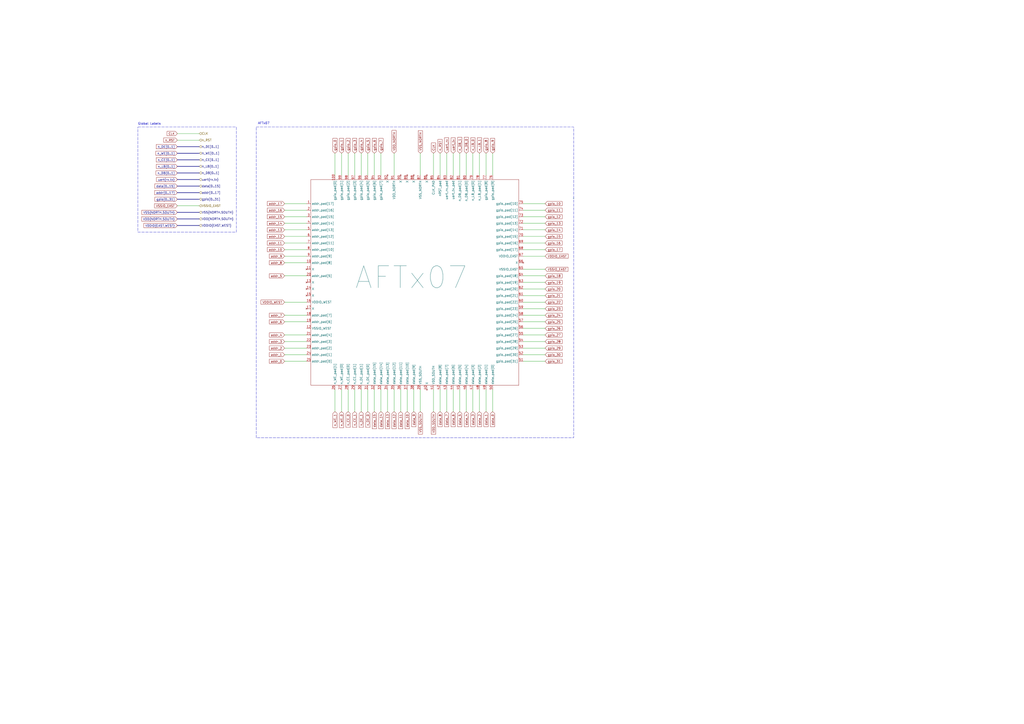
<source format=kicad_sch>
(kicad_sch
	(version 20231120)
	(generator "eeschema")
	(generator_version "8.0")
	(uuid "a4afeab2-dbf5-4d18-8ba0-bbcaf2d8d4cc")
	(paper "A2")
	(lib_symbols
		(symbol "Symbol_Library:AFTx07"
			(exclude_from_sim no)
			(in_bom yes)
			(on_board yes)
			(property "Reference" "AFTx07"
				(at 58.166 -43.942 0)
				(effects
					(font
						(size 12.7 12.7)
					)
				)
			)
			(property "Value" ""
				(at 0 0 0)
				(effects
					(font
						(size 1.27 1.27)
					)
				)
			)
			(property "Footprint" ""
				(at 0 0 0)
				(effects
					(font
						(size 1.27 1.27)
					)
					(hide yes)
				)
			)
			(property "Datasheet" ""
				(at 0 0 0)
				(effects
					(font
						(size 1.27 1.27)
					)
					(hide yes)
				)
			)
			(property "Description" ""
				(at 0 0 0)
				(effects
					(font
						(size 1.27 1.27)
					)
					(hide yes)
				)
			)
			(symbol "AFTx07_0_0"
				(pin bidirectional line
					(at -2.54 1.27 0)
					(length 2.54)
					(name "addr_pad[17]"
						(effects
							(font
								(size 1.27 1.27)
							)
						)
					)
					(number "1"
						(effects
							(font
								(size 1.27 1.27)
							)
						)
					)
				)
				(pin no_connect line
					(at -2.54 -36.83 0)
					(length 2.54)
					(name "X"
						(effects
							(font
								(size 1.27 1.27)
							)
						)
					)
					(number "11"
						(effects
							(font
								(size 1.27 1.27)
							)
						)
					)
				)
				(pin power_in line
					(at -2.54 -71.12 0)
					(length 2.54)
					(name "VSSIO_WEST"
						(effects
							(font
								(size 1.27 1.27)
							)
						)
					)
					(number "12"
						(effects
							(font
								(size 1.27 1.27)
							)
						)
					)
				)
				(pin no_connect line
					(at -2.54 -44.45 0)
					(length 2.54)
					(name "X"
						(effects
							(font
								(size 1.27 1.27)
							)
						)
					)
					(number "13"
						(effects
							(font
								(size 1.27 1.27)
							)
						)
					)
				)
				(pin no_connect line
					(at -2.54 -48.26 0)
					(length 2.54)
					(name "X"
						(effects
							(font
								(size 1.27 1.27)
							)
						)
					)
					(number "14"
						(effects
							(font
								(size 1.27 1.27)
							)
						)
					)
				)
				(pin power_in line
					(at -2.54 -55.88 0)
					(length 2.54)
					(name "VDDIO_WEST"
						(effects
							(font
								(size 1.27 1.27)
							)
						)
					)
					(number "16"
						(effects
							(font
								(size 1.27 1.27)
							)
						)
					)
				)
				(pin no_connect line
					(at -2.54 -59.69 0)
					(length 2.54)
					(name "X"
						(effects
							(font
								(size 1.27 1.27)
							)
						)
					)
					(number "17"
						(effects
							(font
								(size 1.27 1.27)
							)
						)
					)
				)
				(pin bidirectional line
					(at -2.54 -63.5 0)
					(length 2.54)
					(name "addr_pad[7]"
						(effects
							(font
								(size 1.27 1.27)
							)
						)
					)
					(number "18"
						(effects
							(font
								(size 1.27 1.27)
							)
						)
					)
				)
				(pin bidirectional line
					(at -2.54 -67.31 0)
					(length 2.54)
					(name "addr_pad[6]"
						(effects
							(font
								(size 1.27 1.27)
							)
						)
					)
					(number "19"
						(effects
							(font
								(size 1.27 1.27)
							)
						)
					)
				)
				(pin bidirectional line
					(at -2.54 -2.54 0)
					(length 2.54)
					(name "addr_pad[16]"
						(effects
							(font
								(size 1.27 1.27)
							)
						)
					)
					(number "2"
						(effects
							(font
								(size 1.27 1.27)
							)
						)
					)
				)
				(pin bidirectional line
					(at -2.54 -40.64 0)
					(length 2.54)
					(name "addr_pad[5]"
						(effects
							(font
								(size 1.27 1.27)
							)
						)
					)
					(number "20"
						(effects
							(font
								(size 1.27 1.27)
							)
						)
					)
				)
				(pin bidirectional line
					(at -2.54 -74.93 0)
					(length 2.54)
					(name "addr_pad[4]"
						(effects
							(font
								(size 1.27 1.27)
							)
						)
					)
					(number "21"
						(effects
							(font
								(size 1.27 1.27)
							)
						)
					)
				)
				(pin bidirectional line
					(at -2.54 -78.74 0)
					(length 2.54)
					(name "addr_pad[3]"
						(effects
							(font
								(size 1.27 1.27)
							)
						)
					)
					(number "22"
						(effects
							(font
								(size 1.27 1.27)
							)
						)
					)
				)
				(pin bidirectional line
					(at -2.54 -82.55 0)
					(length 2.54)
					(name "addr_pad[2]"
						(effects
							(font
								(size 1.27 1.27)
							)
						)
					)
					(number "23"
						(effects
							(font
								(size 1.27 1.27)
							)
						)
					)
				)
				(pin bidirectional line
					(at -2.54 -86.36 0)
					(length 2.54)
					(name "addr_pad[1]"
						(effects
							(font
								(size 1.27 1.27)
							)
						)
					)
					(number "24"
						(effects
							(font
								(size 1.27 1.27)
							)
						)
					)
				)
				(pin bidirectional line
					(at -2.54 -90.17 0)
					(length 2.54)
					(name "addr_pad[0]"
						(effects
							(font
								(size 1.27 1.27)
							)
						)
					)
					(number "25"
						(effects
							(font
								(size 1.27 1.27)
							)
						)
					)
				)
				(pin bidirectional line
					(at 17.78 -106.68 90)
					(length 2.54)
					(name "n_WE_pad[0]"
						(effects
							(font
								(size 1.27 1.27)
							)
						)
					)
					(number "27"
						(effects
							(font
								(size 1.27 1.27)
							)
						)
					)
				)
				(pin bidirectional line
					(at 25.4 -106.68 90)
					(length 2.54)
					(name "n_CE_pad[1]"
						(effects
							(font
								(size 1.27 1.27)
							)
						)
					)
					(number "29"
						(effects
							(font
								(size 1.27 1.27)
							)
						)
					)
				)
				(pin bidirectional line
					(at -2.54 -6.35 0)
					(length 2.54)
					(name "addr_pad[15]"
						(effects
							(font
								(size 1.27 1.27)
							)
						)
					)
					(number "3"
						(effects
							(font
								(size 1.27 1.27)
							)
						)
					)
				)
				(pin bidirectional line
					(at 29.21 -106.68 90)
					(length 2.54)
					(name "n_DE_pad[1]"
						(effects
							(font
								(size 1.27 1.27)
							)
						)
					)
					(number "30"
						(effects
							(font
								(size 1.27 1.27)
							)
						)
					)
				)
				(pin bidirectional line
					(at 33.02 -106.68 90)
					(length 2.54)
					(name "n_DE_pad[0]"
						(effects
							(font
								(size 1.27 1.27)
							)
						)
					)
					(number "31"
						(effects
							(font
								(size 1.27 1.27)
							)
						)
					)
				)
				(pin bidirectional line
					(at 40.64 -106.68 90)
					(length 2.54)
					(name "data_pad[14]"
						(effects
							(font
								(size 1.27 1.27)
							)
						)
					)
					(number "33"
						(effects
							(font
								(size 1.27 1.27)
							)
						)
					)
				)
				(pin bidirectional line
					(at 44.45 -106.68 90)
					(length 2.54)
					(name "data_pad[13]"
						(effects
							(font
								(size 1.27 1.27)
							)
						)
					)
					(number "34"
						(effects
							(font
								(size 1.27 1.27)
							)
						)
					)
				)
				(pin bidirectional line
					(at 48.26 -106.68 90)
					(length 2.54)
					(name "data_pad[12]"
						(effects
							(font
								(size 1.27 1.27)
							)
						)
					)
					(number "35"
						(effects
							(font
								(size 1.27 1.27)
							)
						)
					)
				)
				(pin bidirectional line
					(at 52.07 -106.68 90)
					(length 2.54)
					(name "data_pad[11]"
						(effects
							(font
								(size 1.27 1.27)
							)
						)
					)
					(number "36"
						(effects
							(font
								(size 1.27 1.27)
							)
						)
					)
				)
				(pin bidirectional line
					(at 55.88 -106.68 90)
					(length 2.54)
					(name "data_pad[10]"
						(effects
							(font
								(size 1.27 1.27)
							)
						)
					)
					(number "37"
						(effects
							(font
								(size 1.27 1.27)
							)
						)
					)
				)
				(pin power_in line
					(at 63.5 -106.68 90)
					(length 2.54)
					(name "VSS_SOUTH"
						(effects
							(font
								(size 1.27 1.27)
							)
						)
					)
					(number "39"
						(effects
							(font
								(size 1.27 1.27)
							)
						)
					)
				)
				(pin no_connect line
					(at 67.31 -106.68 90)
					(length 2.54)
					(name "X"
						(effects
							(font
								(size 1.27 1.27)
							)
						)
					)
					(number "40"
						(effects
							(font
								(size 1.27 1.27)
							)
						)
					)
				)
				(pin bidirectional line
					(at 74.93 -106.68 90)
					(length 2.54)
					(name "data_pad[8]"
						(effects
							(font
								(size 1.27 1.27)
							)
						)
					)
					(number "42"
						(effects
							(font
								(size 1.27 1.27)
							)
						)
					)
				)
				(pin bidirectional line
					(at 78.74 -106.68 90)
					(length 2.54)
					(name "data_pad[7]"
						(effects
							(font
								(size 1.27 1.27)
							)
						)
					)
					(number "43"
						(effects
							(font
								(size 1.27 1.27)
							)
						)
					)
				)
				(pin bidirectional line
					(at 82.55 -106.68 90)
					(length 2.54)
					(name "data_pad[6]"
						(effects
							(font
								(size 1.27 1.27)
							)
						)
					)
					(number "44"
						(effects
							(font
								(size 1.27 1.27)
							)
						)
					)
				)
				(pin bidirectional line
					(at 86.36 -106.68 90)
					(length 2.54)
					(name "data_pad[5]"
						(effects
							(font
								(size 1.27 1.27)
							)
						)
					)
					(number "45"
						(effects
							(font
								(size 1.27 1.27)
							)
						)
					)
				)
				(pin bidirectional line
					(at 90.17 -106.68 90)
					(length 2.54)
					(name "data_pad[4]"
						(effects
							(font
								(size 1.27 1.27)
							)
						)
					)
					(number "46"
						(effects
							(font
								(size 1.27 1.27)
							)
						)
					)
				)
				(pin bidirectional line
					(at 93.98 -106.68 90)
					(length 2.54)
					(name "data_pad[3]"
						(effects
							(font
								(size 1.27 1.27)
							)
						)
					)
					(number "47"
						(effects
							(font
								(size 1.27 1.27)
							)
						)
					)
				)
				(pin bidirectional line
					(at 97.79 -106.68 90)
					(length 2.54)
					(name "data_pad[2]"
						(effects
							(font
								(size 1.27 1.27)
							)
						)
					)
					(number "48"
						(effects
							(font
								(size 1.27 1.27)
							)
						)
					)
				)
				(pin bidirectional line
					(at 101.6 -106.68 90)
					(length 2.54)
					(name "data_pad[1]"
						(effects
							(font
								(size 1.27 1.27)
							)
						)
					)
					(number "49"
						(effects
							(font
								(size 1.27 1.27)
							)
						)
					)
				)
				(pin bidirectional line
					(at -2.54 -13.97 0)
					(length 2.54)
					(name "addr_pad[13]"
						(effects
							(font
								(size 1.27 1.27)
							)
						)
					)
					(number "5"
						(effects
							(font
								(size 1.27 1.27)
							)
						)
					)
				)
				(pin bidirectional line
					(at 105.41 -106.68 90)
					(length 2.54)
					(name "data_pad[0]"
						(effects
							(font
								(size 1.27 1.27)
							)
						)
					)
					(number "50"
						(effects
							(font
								(size 1.27 1.27)
							)
						)
					)
				)
				(pin bidirectional line
					(at -2.54 -17.78 0)
					(length 2.54)
					(name "addr_pad[12]"
						(effects
							(font
								(size 1.27 1.27)
							)
						)
					)
					(number "6"
						(effects
							(font
								(size 1.27 1.27)
							)
						)
					)
				)
				(pin bidirectional line
					(at -2.54 -21.59 0)
					(length 2.54)
					(name "addr_pad[11]"
						(effects
							(font
								(size 1.27 1.27)
							)
						)
					)
					(number "7"
						(effects
							(font
								(size 1.27 1.27)
							)
						)
					)
				)
				(pin bidirectional line
					(at -2.54 -25.4 0)
					(length 2.54)
					(name "addr_pad[10]"
						(effects
							(font
								(size 1.27 1.27)
							)
						)
					)
					(number "8"
						(effects
							(font
								(size 1.27 1.27)
							)
						)
					)
				)
				(pin bidirectional line
					(at -2.54 -29.21 0)
					(length 2.54)
					(name "addr_pad[9]"
						(effects
							(font
								(size 1.27 1.27)
							)
						)
					)
					(number "9"
						(effects
							(font
								(size 1.27 1.27)
							)
						)
					)
				)
			)
			(symbol "AFTx07_0_1"
				(rectangle
					(start 0 15.24)
					(end 120.65 -104.14)
					(stroke
						(width 0)
						(type default)
					)
					(fill
						(type none)
					)
				)
			)
			(symbol "AFTx07_1_0"
				(pin bidirectional line
					(at -2.54 -33.02 0)
					(length 2.54)
					(name "addr_pad[8]"
						(effects
							(font
								(size 1.27 1.27)
							)
						)
					)
					(number "10"
						(effects
							(font
								(size 1.27 1.27)
							)
						)
					)
				)
				(pin bidirectional line
					(at 13.97 17.78 270)
					(length 2.54)
					(name "gpio_pad[0]"
						(effects
							(font
								(size 1.27 1.27)
							)
						)
					)
					(number "100"
						(effects
							(font
								(size 1.27 1.27)
							)
						)
					)
				)
				(pin no_connect line
					(at -2.54 -52.07 0)
					(length 2.54)
					(name "X"
						(effects
							(font
								(size 1.27 1.27)
							)
						)
					)
					(number "15"
						(effects
							(font
								(size 1.27 1.27)
							)
						)
					)
				)
				(pin bidirectional line
					(at 13.97 -106.68 90)
					(length 2.54)
					(name "n_WE_pad[1]"
						(effects
							(font
								(size 1.27 1.27)
							)
						)
					)
					(number "26"
						(effects
							(font
								(size 1.27 1.27)
							)
						)
					)
				)
				(pin bidirectional line
					(at 21.59 -106.68 90)
					(length 2.54)
					(name "n_CE_pad[0]"
						(effects
							(font
								(size 1.27 1.27)
							)
						)
					)
					(number "28"
						(effects
							(font
								(size 1.27 1.27)
							)
						)
					)
				)
				(pin bidirectional line
					(at 36.83 -106.68 90)
					(length 2.54)
					(name "data_pad[15]"
						(effects
							(font
								(size 1.27 1.27)
							)
						)
					)
					(number "32"
						(effects
							(font
								(size 1.27 1.27)
							)
						)
					)
				)
				(pin bidirectional line
					(at 59.69 -106.68 90)
					(length 2.54)
					(name "data_pad[9]"
						(effects
							(font
								(size 1.27 1.27)
							)
						)
					)
					(number "38"
						(effects
							(font
								(size 1.27 1.27)
							)
						)
					)
				)
				(pin bidirectional line
					(at -2.54 -10.16 0)
					(length 2.54)
					(name "addr_pad[14]"
						(effects
							(font
								(size 1.27 1.27)
							)
						)
					)
					(number "4"
						(effects
							(font
								(size 1.27 1.27)
							)
						)
					)
				)
				(pin power_in line
					(at 71.12 -106.68 90)
					(length 2.54)
					(name "VDD_SOUTH"
						(effects
							(font
								(size 1.27 1.27)
							)
						)
					)
					(number "41"
						(effects
							(font
								(size 1.27 1.27)
							)
						)
					)
				)
				(pin bidirectional line
					(at 123.19 -90.17 180)
					(length 2.54)
					(name "gpio_pad[31]"
						(effects
							(font
								(size 1.27 1.27)
							)
						)
					)
					(number "51"
						(effects
							(font
								(size 1.27 1.27)
							)
						)
					)
				)
				(pin bidirectional line
					(at 123.19 -86.36 180)
					(length 2.54)
					(name "gpio_pad[30]"
						(effects
							(font
								(size 1.27 1.27)
							)
						)
					)
					(number "52"
						(effects
							(font
								(size 1.27 1.27)
							)
						)
					)
				)
				(pin bidirectional line
					(at 123.19 -82.55 180)
					(length 2.54)
					(name "gpio_pad[29]"
						(effects
							(font
								(size 1.27 1.27)
							)
						)
					)
					(number "53"
						(effects
							(font
								(size 1.27 1.27)
							)
						)
					)
				)
				(pin bidirectional line
					(at 123.19 -78.74 180)
					(length 2.54)
					(name "gpio_pad[28]"
						(effects
							(font
								(size 1.27 1.27)
							)
						)
					)
					(number "54"
						(effects
							(font
								(size 1.27 1.27)
							)
						)
					)
				)
				(pin bidirectional line
					(at 123.19 -74.93 180)
					(length 2.54)
					(name "gpio_pad[27]"
						(effects
							(font
								(size 1.27 1.27)
							)
						)
					)
					(number "55"
						(effects
							(font
								(size 1.27 1.27)
							)
						)
					)
				)
				(pin bidirectional line
					(at 123.19 -71.12 180)
					(length 2.54)
					(name "gpio_pad[26]"
						(effects
							(font
								(size 1.27 1.27)
							)
						)
					)
					(number "56"
						(effects
							(font
								(size 1.27 1.27)
							)
						)
					)
				)
				(pin bidirectional line
					(at 123.19 -67.31 180)
					(length 2.54)
					(name "gpio_pad[25]"
						(effects
							(font
								(size 1.27 1.27)
							)
						)
					)
					(number "57"
						(effects
							(font
								(size 1.27 1.27)
							)
						)
					)
				)
				(pin bidirectional line
					(at 123.19 -63.5 180)
					(length 2.54)
					(name "gpio_pad[24]"
						(effects
							(font
								(size 1.27 1.27)
							)
						)
					)
					(number "58"
						(effects
							(font
								(size 1.27 1.27)
							)
						)
					)
				)
				(pin bidirectional line
					(at 123.19 -59.69 180)
					(length 2.54)
					(name "gpio_pad[23]"
						(effects
							(font
								(size 1.27 1.27)
							)
						)
					)
					(number "59"
						(effects
							(font
								(size 1.27 1.27)
							)
						)
					)
				)
				(pin bidirectional line
					(at 123.19 -55.88 180)
					(length 2.54)
					(name "gpio_pad[22]"
						(effects
							(font
								(size 1.27 1.27)
							)
						)
					)
					(number "60"
						(effects
							(font
								(size 1.27 1.27)
							)
						)
					)
				)
				(pin bidirectional line
					(at 123.19 -52.07 180)
					(length 2.54)
					(name "gpio_pad[21]"
						(effects
							(font
								(size 1.27 1.27)
							)
						)
					)
					(number "61"
						(effects
							(font
								(size 1.27 1.27)
							)
						)
					)
				)
				(pin bidirectional line
					(at 123.19 -48.26 180)
					(length 2.54)
					(name "gpio_pad[20]"
						(effects
							(font
								(size 1.27 1.27)
							)
						)
					)
					(number "62"
						(effects
							(font
								(size 1.27 1.27)
							)
						)
					)
				)
				(pin bidirectional line
					(at 123.19 -44.45 180)
					(length 2.54)
					(name "gpio_pad[19]"
						(effects
							(font
								(size 1.27 1.27)
							)
						)
					)
					(number "63"
						(effects
							(font
								(size 1.27 1.27)
							)
						)
					)
				)
				(pin bidirectional line
					(at 123.19 -40.64 180)
					(length 2.54)
					(name "gpio_pad[18]"
						(effects
							(font
								(size 1.27 1.27)
							)
						)
					)
					(number "64"
						(effects
							(font
								(size 1.27 1.27)
							)
						)
					)
				)
				(pin power_in line
					(at 123.19 -36.83 180)
					(length 2.54)
					(name "VSSIO_EAST"
						(effects
							(font
								(size 1.27 1.27)
							)
						)
					)
					(number "65"
						(effects
							(font
								(size 1.27 1.27)
							)
						)
					)
				)
				(pin no_connect line
					(at 123.19 -33.02 180)
					(length 2.54)
					(name "X"
						(effects
							(font
								(size 1.27 1.27)
							)
						)
					)
					(number "66"
						(effects
							(font
								(size 1.27 1.27)
							)
						)
					)
				)
				(pin power_in line
					(at 123.19 -29.21 180)
					(length 2.54)
					(name "VDDIO_EAST"
						(effects
							(font
								(size 1.27 1.27)
							)
						)
					)
					(number "67"
						(effects
							(font
								(size 1.27 1.27)
							)
						)
					)
				)
				(pin bidirectional line
					(at 123.19 -25.4 180)
					(length 2.54)
					(name "gpio_pad[17]"
						(effects
							(font
								(size 1.27 1.27)
							)
						)
					)
					(number "68"
						(effects
							(font
								(size 1.27 1.27)
							)
						)
					)
				)
				(pin bidirectional line
					(at 123.19 -21.59 180)
					(length 2.54)
					(name "gpio_pad[16]"
						(effects
							(font
								(size 1.27 1.27)
							)
						)
					)
					(number "69"
						(effects
							(font
								(size 1.27 1.27)
							)
						)
					)
				)
				(pin bidirectional line
					(at 123.19 -17.78 180)
					(length 2.54)
					(name "gpio_pad[15]"
						(effects
							(font
								(size 1.27 1.27)
							)
						)
					)
					(number "70"
						(effects
							(font
								(size 1.27 1.27)
							)
						)
					)
				)
				(pin bidirectional line
					(at 123.19 -13.97 180)
					(length 2.54)
					(name "gpio_pad[14]"
						(effects
							(font
								(size 1.27 1.27)
							)
						)
					)
					(number "71"
						(effects
							(font
								(size 1.27 1.27)
							)
						)
					)
				)
				(pin bidirectional line
					(at 123.19 -10.16 180)
					(length 2.54)
					(name "gpio_pad[13]"
						(effects
							(font
								(size 1.27 1.27)
							)
						)
					)
					(number "72"
						(effects
							(font
								(size 1.27 1.27)
							)
						)
					)
				)
				(pin bidirectional line
					(at 123.19 -6.35 180)
					(length 2.54)
					(name "gpio_pad[12]"
						(effects
							(font
								(size 1.27 1.27)
							)
						)
					)
					(number "73"
						(effects
							(font
								(size 1.27 1.27)
							)
						)
					)
				)
				(pin bidirectional line
					(at 123.19 -2.54 180)
					(length 2.54)
					(name "gpio_pad[11]"
						(effects
							(font
								(size 1.27 1.27)
							)
						)
					)
					(number "74"
						(effects
							(font
								(size 1.27 1.27)
							)
						)
					)
				)
				(pin bidirectional line
					(at 123.19 1.27 180)
					(length 2.54)
					(name "gpio_pad[10]"
						(effects
							(font
								(size 1.27 1.27)
							)
						)
					)
					(number "75"
						(effects
							(font
								(size 1.27 1.27)
							)
						)
					)
				)
				(pin bidirectional line
					(at 105.41 17.78 270)
					(length 2.54)
					(name "gpio_pad[9]"
						(effects
							(font
								(size 1.27 1.27)
							)
						)
					)
					(number "76"
						(effects
							(font
								(size 1.27 1.27)
							)
						)
					)
				)
				(pin bidirectional line
					(at 101.6 17.78 270)
					(length 2.54)
					(name "gpio_pad[8]"
						(effects
							(font
								(size 1.27 1.27)
							)
						)
					)
					(number "77"
						(effects
							(font
								(size 1.27 1.27)
							)
						)
					)
				)
				(pin bidirectional line
					(at 97.79 17.78 270)
					(length 2.54)
					(name "n_LB_pad[1]"
						(effects
							(font
								(size 1.27 1.27)
							)
						)
					)
					(number "78"
						(effects
							(font
								(size 1.27 1.27)
							)
						)
					)
				)
				(pin bidirectional line
					(at 93.98 17.78 270)
					(length 2.54)
					(name "n_LB_pad[0]"
						(effects
							(font
								(size 1.27 1.27)
							)
						)
					)
					(number "79"
						(effects
							(font
								(size 1.27 1.27)
							)
						)
					)
				)
				(pin bidirectional line
					(at 90.17 17.78 270)
					(length 2.54)
					(name "n_DB_pad[0]"
						(effects
							(font
								(size 1.27 1.27)
							)
						)
					)
					(number "80"
						(effects
							(font
								(size 1.27 1.27)
							)
						)
					)
				)
				(pin bidirectional line
					(at 86.36 17.78 270)
					(length 2.54)
					(name "n_DB_pad[1]"
						(effects
							(font
								(size 1.27 1.27)
							)
						)
					)
					(number "81"
						(effects
							(font
								(size 1.27 1.27)
							)
						)
					)
				)
				(pin bidirectional line
					(at 82.55 17.78 270)
					(length 2.54)
					(name "uart_tx_pad"
						(effects
							(font
								(size 1.27 1.27)
							)
						)
					)
					(number "82"
						(effects
							(font
								(size 1.27 1.27)
							)
						)
					)
				)
				(pin bidirectional line
					(at 78.74 17.78 270)
					(length 2.54)
					(name "uart_rx_pad"
						(effects
							(font
								(size 1.27 1.27)
							)
						)
					)
					(number "83"
						(effects
							(font
								(size 1.27 1.27)
							)
						)
					)
				)
				(pin bidirectional line
					(at 74.93 17.78 270)
					(length 2.54)
					(name "nRST_pad"
						(effects
							(font
								(size 1.27 1.27)
							)
						)
					)
					(number "84"
						(effects
							(font
								(size 1.27 1.27)
							)
						)
					)
				)
				(pin bidirectional line
					(at 71.12 17.78 270)
					(length 2.54)
					(name "CLK_PAD"
						(effects
							(font
								(size 1.27 1.27)
							)
						)
					)
					(number "85"
						(effects
							(font
								(size 1.27 1.27)
							)
						)
					)
				)
				(pin no_connect line
					(at 67.31 17.78 270)
					(length 2.54)
					(name "X"
						(effects
							(font
								(size 1.27 1.27)
							)
						)
					)
					(number "86"
						(effects
							(font
								(size 1.27 1.27)
							)
						)
					)
				)
				(pin power_in line
					(at 63.5 17.78 270)
					(length 2.54)
					(name "VSS_NORTH"
						(effects
							(font
								(size 1.27 1.27)
							)
						)
					)
					(number "87"
						(effects
							(font
								(size 1.27 1.27)
							)
						)
					)
				)
				(pin no_connect line
					(at 59.69 17.78 270)
					(length 2.54)
					(name "X"
						(effects
							(font
								(size 1.27 1.27)
							)
						)
					)
					(number "88"
						(effects
							(font
								(size 1.27 1.27)
							)
						)
					)
				)
				(pin no_connect line
					(at 55.88 17.78 270)
					(length 2.54)
					(name "X"
						(effects
							(font
								(size 1.27 1.27)
							)
						)
					)
					(number "89"
						(effects
							(font
								(size 1.27 1.27)
							)
						)
					)
				)
				(pin no_connect line
					(at 52.07 17.78 270)
					(length 2.54)
					(name "X"
						(effects
							(font
								(size 1.27 1.27)
							)
						)
					)
					(number "90"
						(effects
							(font
								(size 1.27 1.27)
							)
						)
					)
				)
				(pin power_in line
					(at 48.26 17.78 270)
					(length 2.54)
					(name "VDD_NORTH"
						(effects
							(font
								(size 1.27 1.27)
							)
						)
					)
					(number "91"
						(effects
							(font
								(size 1.27 1.27)
							)
						)
					)
				)
				(pin no_connect line
					(at 44.45 17.78 270)
					(length 2.54)
					(name "X"
						(effects
							(font
								(size 1.27 1.27)
							)
						)
					)
					(number "92"
						(effects
							(font
								(size 1.27 1.27)
							)
						)
					)
				)
				(pin bidirectional line
					(at 40.64 17.78 270)
					(length 2.54)
					(name "gpio_pad[7]"
						(effects
							(font
								(size 1.27 1.27)
							)
						)
					)
					(number "93"
						(effects
							(font
								(size 1.27 1.27)
							)
						)
					)
				)
				(pin bidirectional line
					(at 36.83 17.78 270)
					(length 2.54)
					(name "gpio_pad[6]"
						(effects
							(font
								(size 1.27 1.27)
							)
						)
					)
					(number "94"
						(effects
							(font
								(size 1.27 1.27)
							)
						)
					)
				)
				(pin bidirectional line
					(at 33.02 17.78 270)
					(length 2.54)
					(name "gpio_pad[5]"
						(effects
							(font
								(size 1.27 1.27)
							)
						)
					)
					(number "95"
						(effects
							(font
								(size 1.27 1.27)
							)
						)
					)
				)
				(pin bidirectional line
					(at 29.21 17.78 270)
					(length 2.54)
					(name "gpio_pad[4]"
						(effects
							(font
								(size 1.27 1.27)
							)
						)
					)
					(number "96"
						(effects
							(font
								(size 1.27 1.27)
							)
						)
					)
				)
				(pin bidirectional line
					(at 25.4 17.78 270)
					(length 2.54)
					(name "gpio_pad[3]"
						(effects
							(font
								(size 1.27 1.27)
							)
						)
					)
					(number "97"
						(effects
							(font
								(size 1.27 1.27)
							)
						)
					)
				)
				(pin bidirectional line
					(at 21.59 17.78 270)
					(length 2.54)
					(name "gpio_pad[2]"
						(effects
							(font
								(size 1.27 1.27)
							)
						)
					)
					(number "98"
						(effects
							(font
								(size 1.27 1.27)
							)
						)
					)
				)
				(pin bidirectional line
					(at 17.78 17.78 270)
					(length 2.54)
					(name "gpio_pad[1]"
						(effects
							(font
								(size 1.27 1.27)
							)
						)
					)
					(number "99"
						(effects
							(font
								(size 1.27 1.27)
							)
						)
					)
				)
			)
		)
	)
	(wire
		(pts
			(xy 165.1 182.88) (xy 177.8 182.88)
		)
		(stroke
			(width 0)
			(type default)
		)
		(uuid "0015f6d0-391f-43cb-b410-8cd70c961d66")
	)
	(wire
		(pts
			(xy 165.1 209.55) (xy 177.8 209.55)
		)
		(stroke
			(width 0)
			(type default)
		)
		(uuid "0507412d-a9f3-44e9-b481-6bd6638a7bca")
	)
	(wire
		(pts
			(xy 303.53 125.73) (xy 316.23 125.73)
		)
		(stroke
			(width 0)
			(type default)
		)
		(uuid "078cb4a3-0c9e-44aa-ba88-db60676ff758")
	)
	(wire
		(pts
			(xy 303.53 182.88) (xy 316.23 182.88)
		)
		(stroke
			(width 0)
			(type default)
		)
		(uuid "09e7734d-b14b-4f5d-a533-081cc4ee47fc")
	)
	(wire
		(pts
			(xy 165.1 201.93) (xy 177.8 201.93)
		)
		(stroke
			(width 0)
			(type default)
		)
		(uuid "0d9964cf-f7f2-4d44-bcb6-e564165c9f5f")
	)
	(wire
		(pts
			(xy 278.13 226.06) (xy 278.13 238.76)
		)
		(stroke
			(width 0)
			(type default)
		)
		(uuid "0ddc107b-00e4-450f-a258-efac9b47db09")
	)
	(wire
		(pts
			(xy 243.84 88.9) (xy 243.84 101.6)
		)
		(stroke
			(width 0)
			(type default)
		)
		(uuid "0ecbc34f-04a4-41a2-a9e7-2c13ec8f03a6")
	)
	(bus
		(pts
			(xy 102.87 85.09) (xy 115.57 85.09)
		)
		(stroke
			(width 0)
			(type default)
		)
		(uuid "10ad7473-ac71-457b-9eb2-5af9de359736")
	)
	(wire
		(pts
			(xy 201.93 88.9) (xy 201.93 101.6)
		)
		(stroke
			(width 0)
			(type default)
		)
		(uuid "17f8ad58-2613-4352-bc8e-eeeefc56ceb7")
	)
	(wire
		(pts
			(xy 303.53 198.12) (xy 316.23 198.12)
		)
		(stroke
			(width 0)
			(type default)
		)
		(uuid "1d9a8e92-4a2b-47fd-ac9d-ddae4a680364")
	)
	(wire
		(pts
			(xy 102.87 77.47) (xy 115.57 77.47)
		)
		(stroke
			(width 0)
			(type default)
		)
		(uuid "20daec97-a329-4e52-818d-293e69dfcf88")
	)
	(wire
		(pts
			(xy 270.51 88.9) (xy 270.51 101.6)
		)
		(stroke
			(width 0)
			(type default)
		)
		(uuid "24acb55e-f142-4007-aef1-c68fc0117d76")
	)
	(wire
		(pts
			(xy 303.53 160.02) (xy 316.23 160.02)
		)
		(stroke
			(width 0)
			(type default)
		)
		(uuid "255fd535-cac4-4c60-851c-192e7f33787f")
	)
	(wire
		(pts
			(xy 243.84 226.06) (xy 243.84 238.76)
		)
		(stroke
			(width 0)
			(type default)
		)
		(uuid "256124bf-6ba9-4204-9676-4bc49f9e4b65")
	)
	(wire
		(pts
			(xy 303.53 137.16) (xy 316.23 137.16)
		)
		(stroke
			(width 0)
			(type default)
		)
		(uuid "25dc4b55-0a18-4b91-ab3f-0267626fb34d")
	)
	(wire
		(pts
			(xy 198.12 226.06) (xy 198.12 238.76)
		)
		(stroke
			(width 0)
			(type default)
		)
		(uuid "26be56af-7ceb-48e4-a308-a4934f8d88bb")
	)
	(wire
		(pts
			(xy 194.31 226.06) (xy 194.31 238.76)
		)
		(stroke
			(width 0)
			(type default)
		)
		(uuid "27976bc3-927a-4b62-a77a-3ffc09ea4f18")
	)
	(bus
		(pts
			(xy 102.87 96.52) (xy 115.57 96.52)
		)
		(stroke
			(width 0)
			(type default)
		)
		(uuid "280b4e3c-4938-4854-81ef-20bf0090bb2f")
	)
	(wire
		(pts
			(xy 201.93 226.06) (xy 201.93 238.76)
		)
		(stroke
			(width 0)
			(type default)
		)
		(uuid "2a31164e-3cf9-4c27-822b-fe25d56ab7af")
	)
	(wire
		(pts
			(xy 213.36 226.06) (xy 213.36 238.76)
		)
		(stroke
			(width 0)
			(type default)
		)
		(uuid "2d7e5b63-6ce1-4e99-9e1f-507233582916")
	)
	(wire
		(pts
			(xy 165.1 175.26) (xy 177.8 175.26)
		)
		(stroke
			(width 0)
			(type default)
		)
		(uuid "2dcbaf13-eb56-4b88-9e15-8527f4ca31c0")
	)
	(wire
		(pts
			(xy 281.94 226.06) (xy 281.94 238.76)
		)
		(stroke
			(width 0)
			(type default)
		)
		(uuid "32533608-bda3-475d-9910-0aeae58a778a")
	)
	(wire
		(pts
			(xy 165.1 160.02) (xy 177.8 160.02)
		)
		(stroke
			(width 0)
			(type default)
		)
		(uuid "36afd902-811d-4ab2-9577-16731e32e70e")
	)
	(wire
		(pts
			(xy 194.31 88.9) (xy 194.31 101.6)
		)
		(stroke
			(width 0)
			(type default)
		)
		(uuid "3b4c1c78-a874-41e5-abe4-05630b42cf0a")
	)
	(wire
		(pts
			(xy 274.32 226.06) (xy 274.32 238.76)
		)
		(stroke
			(width 0)
			(type default)
		)
		(uuid "3d2d1887-6439-4263-952b-71bb545fd2ee")
	)
	(wire
		(pts
			(xy 165.1 205.74) (xy 177.8 205.74)
		)
		(stroke
			(width 0)
			(type default)
		)
		(uuid "3e514dd3-674e-4b9d-a481-59a506afb20d")
	)
	(wire
		(pts
			(xy 232.41 226.06) (xy 232.41 238.76)
		)
		(stroke
			(width 0)
			(type default)
		)
		(uuid "41a472e2-57b4-4c59-a836-c072af07ab6d")
	)
	(wire
		(pts
			(xy 274.32 88.9) (xy 274.32 101.6)
		)
		(stroke
			(width 0)
			(type default)
		)
		(uuid "44d4881d-ab79-4f98-a6e7-71f307a91690")
	)
	(bus
		(pts
			(xy 102.87 115.57) (xy 115.57 115.57)
		)
		(stroke
			(width 0)
			(type default)
		)
		(uuid "48bbe023-9410-4634-a925-f4ee0aad13bf")
	)
	(wire
		(pts
			(xy 165.1 148.59) (xy 177.8 148.59)
		)
		(stroke
			(width 0)
			(type default)
		)
		(uuid "48c24033-0bb7-44ce-8340-3361c831f3cc")
	)
	(wire
		(pts
			(xy 165.1 118.11) (xy 177.8 118.11)
		)
		(stroke
			(width 0)
			(type default)
		)
		(uuid "4a009c71-b109-491c-a17e-72692d5b9fb9")
	)
	(wire
		(pts
			(xy 165.1 140.97) (xy 177.8 140.97)
		)
		(stroke
			(width 0)
			(type default)
		)
		(uuid "4af270c4-73b3-4f88-bc3f-69752606d977")
	)
	(wire
		(pts
			(xy 259.08 226.06) (xy 259.08 238.76)
		)
		(stroke
			(width 0)
			(type default)
		)
		(uuid "4d02cf90-ff5e-43d7-8f39-f1d03db8169f")
	)
	(wire
		(pts
			(xy 165.1 133.35) (xy 177.8 133.35)
		)
		(stroke
			(width 0)
			(type default)
		)
		(uuid "4d7161fa-cb87-4daf-ab2f-301ba7510f13")
	)
	(wire
		(pts
			(xy 303.53 144.78) (xy 316.23 144.78)
		)
		(stroke
			(width 0)
			(type default)
		)
		(uuid "4e182384-f0b5-4d55-adf7-6de5aa02d9df")
	)
	(wire
		(pts
			(xy 303.53 133.35) (xy 316.23 133.35)
		)
		(stroke
			(width 0)
			(type default)
		)
		(uuid "4e3fdcaa-ca69-49ae-b150-60257f68631c")
	)
	(bus
		(pts
			(xy 102.87 88.9) (xy 115.57 88.9)
		)
		(stroke
			(width 0)
			(type default)
		)
		(uuid "4f6ed3fd-0ff0-4bda-a690-ab4bdd87e030")
	)
	(wire
		(pts
			(xy 303.53 148.59) (xy 316.23 148.59)
		)
		(stroke
			(width 0)
			(type default)
		)
		(uuid "50be19e3-d4bd-47fb-8472-b35bea6a4ec6")
	)
	(wire
		(pts
			(xy 102.87 119.38) (xy 115.57 119.38)
		)
		(stroke
			(width 0)
			(type default)
		)
		(uuid "58c2784c-d88a-41e7-b411-eb7a78f5f8c7")
	)
	(wire
		(pts
			(xy 303.53 194.31) (xy 316.23 194.31)
		)
		(stroke
			(width 0)
			(type default)
		)
		(uuid "5903edc9-f11d-4e04-966e-74edda12301b")
	)
	(wire
		(pts
			(xy 165.1 152.4) (xy 177.8 152.4)
		)
		(stroke
			(width 0)
			(type default)
		)
		(uuid "5a99ec50-7587-4948-ace3-a5bc27e337f6")
	)
	(wire
		(pts
			(xy 255.27 226.06) (xy 255.27 238.76)
		)
		(stroke
			(width 0)
			(type default)
		)
		(uuid "5d6753ab-b619-485d-9b49-b03c57d670e7")
	)
	(wire
		(pts
			(xy 303.53 156.21) (xy 316.23 156.21)
		)
		(stroke
			(width 0)
			(type default)
		)
		(uuid "5dade4ba-0540-4bb1-bbd5-5dec7dd3b03f")
	)
	(wire
		(pts
			(xy 165.1 125.73) (xy 177.8 125.73)
		)
		(stroke
			(width 0)
			(type default)
		)
		(uuid "6175132b-87e9-4e9d-8616-eb336667f267")
	)
	(wire
		(pts
			(xy 303.53 167.64) (xy 316.23 167.64)
		)
		(stroke
			(width 0)
			(type default)
		)
		(uuid "673655c7-ea06-4001-8f61-4544186f02c9")
	)
	(bus
		(pts
			(xy 102.87 123.19) (xy 115.57 123.19)
		)
		(stroke
			(width 0)
			(type default)
		)
		(uuid "6ab2f190-774e-4fdc-a66b-afd80b686c64")
	)
	(wire
		(pts
			(xy 255.27 88.9) (xy 255.27 101.6)
		)
		(stroke
			(width 0)
			(type default)
		)
		(uuid "7835315f-fbe8-4759-b22b-f0c1f35191b0")
	)
	(wire
		(pts
			(xy 262.89 226.06) (xy 262.89 238.76)
		)
		(stroke
			(width 0)
			(type default)
		)
		(uuid "78c408d7-5f8d-43db-b920-c8ba17c47ec8")
	)
	(wire
		(pts
			(xy 165.1 198.12) (xy 177.8 198.12)
		)
		(stroke
			(width 0)
			(type default)
		)
		(uuid "7c6481a8-c64d-40ec-8797-1fb4206571dd")
	)
	(wire
		(pts
			(xy 262.89 88.9) (xy 262.89 101.6)
		)
		(stroke
			(width 0)
			(type default)
		)
		(uuid "7cd25b2a-b549-419f-acb3-f5101fd230c1")
	)
	(wire
		(pts
			(xy 285.75 88.9) (xy 285.75 101.6)
		)
		(stroke
			(width 0)
			(type default)
		)
		(uuid "7cddacc7-34e8-4ff2-9619-eba590d13558")
	)
	(bus
		(pts
			(xy 102.87 104.14) (xy 115.57 104.14)
		)
		(stroke
			(width 0)
			(type default)
		)
		(uuid "7d16ac27-e7fe-43fc-9ef0-2446fb4ad034")
	)
	(wire
		(pts
			(xy 303.53 201.93) (xy 316.23 201.93)
		)
		(stroke
			(width 0)
			(type default)
		)
		(uuid "808102dc-af47-4389-aec3-7e95eaeaf3de")
	)
	(wire
		(pts
			(xy 102.87 81.28) (xy 115.57 81.28)
		)
		(stroke
			(width 0)
			(type default)
		)
		(uuid "8320e688-4123-4554-b7e9-5a701a79b95e")
	)
	(bus
		(pts
			(xy 102.87 111.76) (xy 115.57 111.76)
		)
		(stroke
			(width 0)
			(type default)
		)
		(uuid "84bb204c-75e7-499f-9db1-ac347c46114c")
	)
	(wire
		(pts
			(xy 220.98 88.9) (xy 220.98 101.6)
		)
		(stroke
			(width 0)
			(type default)
		)
		(uuid "84bff074-8858-4f20-a58e-b2214d6f22d2")
	)
	(wire
		(pts
			(xy 217.17 226.06) (xy 217.17 238.76)
		)
		(stroke
			(width 0)
			(type default)
		)
		(uuid "881d24b3-f782-4583-9db7-125f7abfb04a")
	)
	(wire
		(pts
			(xy 236.22 226.06) (xy 236.22 238.76)
		)
		(stroke
			(width 0)
			(type default)
		)
		(uuid "890471a5-4f32-4e24-8a70-1c8edc39f91c")
	)
	(wire
		(pts
			(xy 303.53 179.07) (xy 316.23 179.07)
		)
		(stroke
			(width 0)
			(type default)
		)
		(uuid "89415c40-f1c0-4a4b-9077-b09d34119caa")
	)
	(wire
		(pts
			(xy 303.53 175.26) (xy 316.23 175.26)
		)
		(stroke
			(width 0)
			(type default)
		)
		(uuid "8d151bdc-981f-42f6-b7b9-f4f745622c07")
	)
	(wire
		(pts
			(xy 165.1 129.54) (xy 177.8 129.54)
		)
		(stroke
			(width 0)
			(type default)
		)
		(uuid "8d7a82e5-3672-4882-9ece-a090a6c39a48")
	)
	(wire
		(pts
			(xy 251.46 88.9) (xy 251.46 101.6)
		)
		(stroke
			(width 0)
			(type default)
		)
		(uuid "8e5560f4-01cd-46a4-a3d4-732187a7214f")
	)
	(wire
		(pts
			(xy 240.03 226.06) (xy 240.03 238.76)
		)
		(stroke
			(width 0)
			(type default)
		)
		(uuid "8e594580-fcb7-40f4-b4f0-61497681cbf3")
	)
	(wire
		(pts
			(xy 303.53 186.69) (xy 316.23 186.69)
		)
		(stroke
			(width 0)
			(type default)
		)
		(uuid "8fc2dd1f-c007-41a4-bb7e-cbdd05e4a5da")
	)
	(wire
		(pts
			(xy 165.1 121.92) (xy 177.8 121.92)
		)
		(stroke
			(width 0)
			(type default)
		)
		(uuid "903d068e-5503-402b-b22d-cbdbbcb63b8e")
	)
	(wire
		(pts
			(xy 220.98 226.06) (xy 220.98 238.76)
		)
		(stroke
			(width 0)
			(type default)
		)
		(uuid "913f6791-0633-4fdd-9b3a-9c67399e3347")
	)
	(bus
		(pts
			(xy 102.87 127) (xy 115.57 127)
		)
		(stroke
			(width 0)
			(type default)
		)
		(uuid "9a65e881-7121-40e5-a426-cda1eba7a8ea")
	)
	(wire
		(pts
			(xy 303.53 205.74) (xy 316.23 205.74)
		)
		(stroke
			(width 0)
			(type default)
		)
		(uuid "9a8abd51-244e-4b36-b52f-9884f7966412")
	)
	(wire
		(pts
			(xy 281.94 88.9) (xy 281.94 101.6)
		)
		(stroke
			(width 0)
			(type default)
		)
		(uuid "9ac75fbe-dbfe-49a2-ab48-80e0b52399e6")
	)
	(bus
		(pts
			(xy 102.87 100.33) (xy 115.57 100.33)
		)
		(stroke
			(width 0)
			(type default)
		)
		(uuid "9e11a439-6278-4a8a-a004-e1307f4daa5a")
	)
	(wire
		(pts
			(xy 205.74 88.9) (xy 205.74 101.6)
		)
		(stroke
			(width 0)
			(type default)
		)
		(uuid "9e595e30-0090-47e3-ac65-1553e9feea5f")
	)
	(wire
		(pts
			(xy 198.12 88.9) (xy 198.12 101.6)
		)
		(stroke
			(width 0)
			(type default)
		)
		(uuid "a3281a7e-78be-4dcc-b377-f946da1fc1ee")
	)
	(wire
		(pts
			(xy 303.53 171.45) (xy 316.23 171.45)
		)
		(stroke
			(width 0)
			(type default)
		)
		(uuid "ab868c93-5d61-4cbb-b43e-eec083e18dc0")
	)
	(wire
		(pts
			(xy 165.1 194.31) (xy 177.8 194.31)
		)
		(stroke
			(width 0)
			(type default)
		)
		(uuid "ad4a1bd9-185c-4850-9eea-c3cfcffcb82f")
	)
	(bus
		(pts
			(xy 102.87 107.95) (xy 115.57 107.95)
		)
		(stroke
			(width 0)
			(type default)
		)
		(uuid "b004b36a-28b5-4468-a7f5-516178987cbd")
	)
	(wire
		(pts
			(xy 303.53 129.54) (xy 316.23 129.54)
		)
		(stroke
			(width 0)
			(type default)
		)
		(uuid "b584009f-eb1f-4c30-a8fa-04c1298c8a8a")
	)
	(wire
		(pts
			(xy 303.53 140.97) (xy 316.23 140.97)
		)
		(stroke
			(width 0)
			(type default)
		)
		(uuid "bdcc1031-237d-4485-ac28-0c9d9108713f")
	)
	(wire
		(pts
			(xy 209.55 226.06) (xy 209.55 238.76)
		)
		(stroke
			(width 0)
			(type default)
		)
		(uuid "bdd5b23b-92d4-4218-b91e-68332cceabbe")
	)
	(wire
		(pts
			(xy 303.53 190.5) (xy 316.23 190.5)
		)
		(stroke
			(width 0)
			(type default)
		)
		(uuid "c11a9c75-19da-497d-a2fb-3fc0ee72f71c")
	)
	(wire
		(pts
			(xy 209.55 88.9) (xy 209.55 101.6)
		)
		(stroke
			(width 0)
			(type default)
		)
		(uuid "c2c505a5-7fe0-4cf3-826a-5c315fed93a6")
	)
	(bus
		(pts
			(xy 102.87 130.81) (xy 115.57 130.81)
		)
		(stroke
			(width 0)
			(type default)
		)
		(uuid "c3e5fc7d-f0e0-47c4-8cef-b591a582daf5")
	)
	(wire
		(pts
			(xy 303.53 121.92) (xy 316.23 121.92)
		)
		(stroke
			(width 0)
			(type default)
		)
		(uuid "c5c7a6be-c75a-4a7d-80b7-e95d1d19be0a")
	)
	(wire
		(pts
			(xy 251.46 226.06) (xy 251.46 238.76)
		)
		(stroke
			(width 0)
			(type default)
		)
		(uuid "c6564495-25df-47a0-9707-6870397fd9d7")
	)
	(wire
		(pts
			(xy 303.53 209.55) (xy 316.23 209.55)
		)
		(stroke
			(width 0)
			(type default)
		)
		(uuid "c84d61df-821c-4d38-a9cd-706d58509116")
	)
	(wire
		(pts
			(xy 165.1 144.78) (xy 177.8 144.78)
		)
		(stroke
			(width 0)
			(type default)
		)
		(uuid "cb51f663-e19d-4c90-97e5-b56da670fe7d")
	)
	(wire
		(pts
			(xy 266.7 226.06) (xy 266.7 238.76)
		)
		(stroke
			(width 0)
			(type default)
		)
		(uuid "cdfa4002-a17e-4bc6-b0b5-17eb63ca200e")
	)
	(wire
		(pts
			(xy 217.17 88.9) (xy 217.17 101.6)
		)
		(stroke
			(width 0)
			(type default)
		)
		(uuid "d0e1c2a3-0168-4e4c-ade5-70dcdcbc5b5c")
	)
	(wire
		(pts
			(xy 165.1 137.16) (xy 177.8 137.16)
		)
		(stroke
			(width 0)
			(type default)
		)
		(uuid "d675a9c2-84d7-4c76-9978-5932afd957a1")
	)
	(wire
		(pts
			(xy 303.53 163.83) (xy 316.23 163.83)
		)
		(stroke
			(width 0)
			(type default)
		)
		(uuid "dc33c648-747e-4cdf-a4dc-c9eab3bf5801")
	)
	(wire
		(pts
			(xy 285.75 226.06) (xy 285.75 238.76)
		)
		(stroke
			(width 0)
			(type default)
		)
		(uuid "dcce594b-b545-425e-afed-ae4fdd3ae170")
	)
	(wire
		(pts
			(xy 259.08 88.9) (xy 259.08 101.6)
		)
		(stroke
			(width 0)
			(type default)
		)
		(uuid "dec30d70-c803-452a-85ce-20648a59128e")
	)
	(wire
		(pts
			(xy 303.53 118.11) (xy 316.23 118.11)
		)
		(stroke
			(width 0)
			(type default)
		)
		(uuid "e1d1b283-d2e5-465c-b634-5f4e903715d5")
	)
	(wire
		(pts
			(xy 228.6 226.06) (xy 228.6 238.76)
		)
		(stroke
			(width 0)
			(type default)
		)
		(uuid "e53b987b-c34e-4c19-903c-452bfbc539b0")
	)
	(wire
		(pts
			(xy 205.74 226.06) (xy 205.74 238.76)
		)
		(stroke
			(width 0)
			(type default)
		)
		(uuid "e7d27529-b2c5-4f08-be7b-92ad66b69e46")
	)
	(wire
		(pts
			(xy 213.36 88.9) (xy 213.36 101.6)
		)
		(stroke
			(width 0)
			(type default)
		)
		(uuid "e89e124a-0f3c-4dcb-a97b-8254d056bdf7")
	)
	(wire
		(pts
			(xy 278.13 88.9) (xy 278.13 101.6)
		)
		(stroke
			(width 0)
			(type default)
		)
		(uuid "e8ed3593-e62f-47ed-8999-6600612f8e6a")
	)
	(bus
		(pts
			(xy 102.87 92.71) (xy 115.57 92.71)
		)
		(stroke
			(width 0)
			(type default)
		)
		(uuid "e9610f98-e99d-44ed-9c6d-c3556553bd5f")
	)
	(wire
		(pts
			(xy 228.6 88.9) (xy 228.6 101.6)
		)
		(stroke
			(width 0)
			(type default)
		)
		(uuid "ea89c32c-99fd-4166-a3fe-ff0c7b0cfcaa")
	)
	(wire
		(pts
			(xy 165.1 186.69) (xy 177.8 186.69)
		)
		(stroke
			(width 0)
			(type default)
		)
		(uuid "ef7e46f9-cc9a-4ed4-9e51-aec116c888a7")
	)
	(wire
		(pts
			(xy 270.51 226.06) (xy 270.51 238.76)
		)
		(stroke
			(width 0)
			(type default)
		)
		(uuid "f64e08db-2bb6-4b15-8e08-4f39cef13702")
	)
	(wire
		(pts
			(xy 224.79 226.06) (xy 224.79 238.76)
		)
		(stroke
			(width 0)
			(type default)
		)
		(uuid "f87287d4-bbbc-4a90-9286-f689f434a649")
	)
	(wire
		(pts
			(xy 266.7 88.9) (xy 266.7 101.6)
		)
		(stroke
			(width 0)
			(type default)
		)
		(uuid "fd962c9e-11cb-42b3-8c5b-e2cfcb24af53")
	)
	(rectangle
		(start 148.59 73.66)
		(end 332.74 254)
		(stroke
			(width 0)
			(type dash)
		)
		(fill
			(type none)
		)
		(uuid 3a582c97-4217-48ed-a2d4-4ae1f4fa27a2)
	)
	(rectangle
		(start 80.01 73.66)
		(end 137.16 134.62)
		(stroke
			(width 0)
			(type dash)
		)
		(fill
			(type none)
		)
		(uuid e0290061-f8f1-4298-a6fb-cf1baa51b04b)
	)
	(text "AFTx07"
		(exclude_from_sim no)
		(at 149.606 71.628 0)
		(effects
			(font
				(size 1.27 1.27)
			)
			(justify left)
		)
		(uuid "5fbde88c-d9bc-47c1-8ff1-9cd9558688d0")
	)
	(text "Global Labels"
		(exclude_from_sim no)
		(at 80.01 71.882 0)
		(effects
			(font
				(size 1.27 1.27)
			)
			(justify left)
		)
		(uuid "c1c3ed6e-514d-4ee2-b9b3-0830d585a175")
	)
	(global_label "gpio[0..31]"
		(shape input)
		(at 102.87 115.57 180)
		(fields_autoplaced yes)
		(effects
			(font
				(size 1.27 1.27)
			)
			(justify right)
		)
		(uuid "0466738a-c945-4f46-9305-f30acff776bf")
		(property "Intersheetrefs" "${INTERSHEET_REFS}"
			(at 89.3015 115.57 0)
			(effects
				(font
					(size 1.27 1.27)
				)
				(justify right)
				(hide yes)
			)
		)
	)
	(global_label "n_DE_0"
		(shape input)
		(at 213.36 238.76 270)
		(fields_autoplaced yes)
		(effects
			(font
				(size 1.27 1.27)
			)
			(justify right)
		)
		(uuid "04a60d35-61c2-4c75-b44f-52d1fc6bc7d9")
		(property "Intersheetrefs" "${INTERSHEET_REFS}"
			(at 213.36 248.4579 90)
			(effects
				(font
					(size 1.27 1.27)
				)
				(justify right)
				(hide yes)
			)
		)
	)
	(global_label "data_5"
		(shape input)
		(at 266.7 238.76 270)
		(fields_autoplaced yes)
		(effects
			(font
				(size 1.27 1.27)
			)
			(justify right)
		)
		(uuid "06a72347-440a-4241-afec-27e7050f64bf")
		(property "Intersheetrefs" "${INTERSHEET_REFS}"
			(at 266.7 248.095 90)
			(effects
				(font
					(size 1.27 1.27)
				)
				(justify right)
				(hide yes)
			)
		)
	)
	(global_label "gpio_31"
		(shape input)
		(at 316.23 209.55 0)
		(fields_autoplaced yes)
		(effects
			(font
				(size 1.27 1.27)
			)
			(justify left)
		)
		(uuid "06a8fe06-c232-477d-9c4e-adf82acd18df")
		(property "Intersheetrefs" "${INTERSHEET_REFS}"
			(at 326.6536 209.55 0)
			(effects
				(font
					(size 1.27 1.27)
				)
				(justify left)
				(hide yes)
			)
		)
	)
	(global_label "data_6"
		(shape input)
		(at 262.89 238.76 270)
		(fields_autoplaced yes)
		(effects
			(font
				(size 1.27 1.27)
			)
			(justify right)
		)
		(uuid "06bc374f-47be-43e3-97ec-088098ab9f22")
		(property "Intersheetrefs" "${INTERSHEET_REFS}"
			(at 262.89 248.095 90)
			(effects
				(font
					(size 1.27 1.27)
				)
				(justify right)
				(hide yes)
			)
		)
	)
	(global_label "uart_rx"
		(shape input)
		(at 259.08 88.9 90)
		(fields_autoplaced yes)
		(effects
			(font
				(size 1.27 1.27)
			)
			(justify left)
		)
		(uuid "070f7bd8-cd6e-45fa-8e52-ceed20dab9e6")
		(property "Intersheetrefs" "${INTERSHEET_REFS}"
			(at 259.08 79.323 90)
			(effects
				(font
					(size 1.27 1.27)
				)
				(justify left)
				(hide yes)
			)
		)
	)
	(global_label "gpio_30"
		(shape input)
		(at 316.23 205.74 0)
		(fields_autoplaced yes)
		(effects
			(font
				(size 1.27 1.27)
			)
			(justify left)
		)
		(uuid "0d6022cd-9b01-49ed-bda2-c343aeceb756")
		(property "Intersheetrefs" "${INTERSHEET_REFS}"
			(at 326.6536 205.74 0)
			(effects
				(font
					(size 1.27 1.27)
				)
				(justify left)
				(hide yes)
			)
		)
	)
	(global_label "data_10"
		(shape input)
		(at 236.22 238.76 270)
		(fields_autoplaced yes)
		(effects
			(font
				(size 1.27 1.27)
			)
			(justify right)
		)
		(uuid "123555c2-4167-4dfc-bd2d-1f4488c32a9c")
		(property "Intersheetrefs" "${INTERSHEET_REFS}"
			(at 236.22 249.3045 90)
			(effects
				(font
					(size 1.27 1.27)
				)
				(justify right)
				(hide yes)
			)
		)
	)
	(global_label "gpio_26"
		(shape input)
		(at 316.23 190.5 0)
		(fields_autoplaced yes)
		(effects
			(font
				(size 1.27 1.27)
			)
			(justify left)
		)
		(uuid "1c6ba115-e2b5-4934-aab9-19913c5fce79")
		(property "Intersheetrefs" "${INTERSHEET_REFS}"
			(at 326.6536 190.5 0)
			(effects
				(font
					(size 1.27 1.27)
				)
				(justify left)
				(hide yes)
			)
		)
	)
	(global_label "addr_13"
		(shape input)
		(at 165.1 133.35 180)
		(fields_autoplaced yes)
		(effects
			(font
				(size 1.27 1.27)
			)
			(justify right)
		)
		(uuid "1efc4646-b38b-4bfa-a6e5-eb66f11f492b")
		(property "Intersheetrefs" "${INTERSHEET_REFS}"
			(at 154.495 133.35 0)
			(effects
				(font
					(size 1.27 1.27)
				)
				(justify right)
				(hide yes)
			)
		)
	)
	(global_label "gpio_11"
		(shape input)
		(at 316.23 121.92 0)
		(fields_autoplaced yes)
		(effects
			(font
				(size 1.27 1.27)
			)
			(justify left)
		)
		(uuid "1f9c05ba-8cf0-40dc-8553-d6fd46a5b0a2")
		(property "Intersheetrefs" "${INTERSHEET_REFS}"
			(at 326.6536 121.92 0)
			(effects
				(font
					(size 1.27 1.27)
				)
				(justify left)
				(hide yes)
			)
		)
	)
	(global_label "data_0"
		(shape input)
		(at 285.75 238.76 270)
		(fields_autoplaced yes)
		(effects
			(font
				(size 1.27 1.27)
			)
			(justify right)
		)
		(uuid "21752180-0e95-498b-b230-b8f02c78fe0a")
		(property "Intersheetrefs" "${INTERSHEET_REFS}"
			(at 285.75 248.095 90)
			(effects
				(font
					(size 1.27 1.27)
				)
				(justify right)
				(hide yes)
			)
		)
	)
	(global_label "CLK"
		(shape input)
		(at 102.87 77.47 180)
		(fields_autoplaced yes)
		(effects
			(font
				(size 1.27 1.27)
			)
			(justify right)
		)
		(uuid "25df89b7-8cfa-4180-ae53-40029f009108")
		(property "Intersheetrefs" "${INTERSHEET_REFS}"
			(at 96.3167 77.47 0)
			(effects
				(font
					(size 1.27 1.27)
				)
				(justify right)
				(hide yes)
			)
		)
	)
	(global_label "gpio_18"
		(shape input)
		(at 316.23 160.02 0)
		(fields_autoplaced yes)
		(effects
			(font
				(size 1.27 1.27)
			)
			(justify left)
		)
		(uuid "26ddd569-9537-494b-9d0d-9b66b423c8b9")
		(property "Intersheetrefs" "${INTERSHEET_REFS}"
			(at 326.6536 160.02 0)
			(effects
				(font
					(size 1.27 1.27)
				)
				(justify left)
				(hide yes)
			)
		)
	)
	(global_label "n_CE[0..1]"
		(shape input)
		(at 102.87 92.71 180)
		(fields_autoplaced yes)
		(effects
			(font
				(size 1.27 1.27)
			)
			(justify right)
		)
		(uuid "27602431-f2e1-41dc-bd57-62ae50ed29d8")
		(property "Intersheetrefs" "${INTERSHEET_REFS}"
			(at 90.0272 92.71 0)
			(effects
				(font
					(size 1.27 1.27)
				)
				(justify right)
				(hide yes)
			)
		)
	)
	(global_label "gpio_20"
		(shape input)
		(at 316.23 167.64 0)
		(fields_autoplaced yes)
		(effects
			(font
				(size 1.27 1.27)
			)
			(justify left)
		)
		(uuid "287b93b0-33f9-4675-aec9-6f22ef3a64b9")
		(property "Intersheetrefs" "${INTERSHEET_REFS}"
			(at 326.6536 167.64 0)
			(effects
				(font
					(size 1.27 1.27)
				)
				(justify left)
				(hide yes)
			)
		)
	)
	(global_label "data_7"
		(shape input)
		(at 259.08 238.76 270)
		(fields_autoplaced yes)
		(effects
			(font
				(size 1.27 1.27)
			)
			(justify right)
		)
		(uuid "2abb4d18-a022-4693-be47-c6d825c26163")
		(property "Intersheetrefs" "${INTERSHEET_REFS}"
			(at 259.08 248.095 90)
			(effects
				(font
					(size 1.27 1.27)
				)
				(justify right)
				(hide yes)
			)
		)
	)
	(global_label "addr_6"
		(shape input)
		(at 165.1 186.69 180)
		(fields_autoplaced yes)
		(effects
			(font
				(size 1.27 1.27)
			)
			(justify right)
		)
		(uuid "2ba3a3dc-cd5b-43d0-9b44-68dc53708e3b")
		(property "Intersheetrefs" "${INTERSHEET_REFS}"
			(at 155.7045 186.69 0)
			(effects
				(font
					(size 1.27 1.27)
				)
				(justify right)
				(hide yes)
			)
		)
	)
	(global_label "n_LB_1"
		(shape input)
		(at 278.13 88.9 90)
		(fields_autoplaced yes)
		(effects
			(font
				(size 1.27 1.27)
			)
			(justify left)
		)
		(uuid "2c9f39bf-c6b3-4cce-8d95-043b6bb25c0e")
		(property "Intersheetrefs" "${INTERSHEET_REFS}"
			(at 278.13 79.323 90)
			(effects
				(font
					(size 1.27 1.27)
				)
				(justify left)
				(hide yes)
			)
		)
	)
	(global_label "VSS_SOUTH"
		(shape input)
		(at 243.84 238.76 270)
		(fields_autoplaced yes)
		(effects
			(font
				(size 1.27 1.27)
			)
			(justify right)
		)
		(uuid "2e71d4ad-7e1b-4c53-ae3a-9d16f56cc13e")
		(property "Intersheetrefs" "${INTERSHEET_REFS}"
			(at 243.84 252.389 90)
			(effects
				(font
					(size 1.27 1.27)
				)
				(justify right)
				(hide yes)
			)
		)
	)
	(global_label "n_LB[0..1]"
		(shape input)
		(at 102.87 96.52 180)
		(fields_autoplaced yes)
		(effects
			(font
				(size 1.27 1.27)
			)
			(justify right)
		)
		(uuid "2f5450cd-b986-40c3-963f-a52455dc29ef")
		(property "Intersheetrefs" "${INTERSHEET_REFS}"
			(at 90.1481 96.52 0)
			(effects
				(font
					(size 1.27 1.27)
				)
				(justify right)
				(hide yes)
			)
		)
	)
	(global_label "data[0..15]"
		(shape input)
		(at 102.87 107.95 180)
		(fields_autoplaced yes)
		(effects
			(font
				(size 1.27 1.27)
			)
			(justify right)
		)
		(uuid "2fc25169-90e7-45b0-b724-d2c56a6d431d")
		(property "Intersheetrefs" "${INTERSHEET_REFS}"
			(at 89.1806 107.95 0)
			(effects
				(font
					(size 1.27 1.27)
				)
				(justify right)
				(hide yes)
			)
		)
	)
	(global_label "gpio_17"
		(shape input)
		(at 316.23 144.78 0)
		(fields_autoplaced yes)
		(effects
			(font
				(size 1.27 1.27)
			)
			(justify left)
		)
		(uuid "326be6b4-d198-4531-89ab-360a5c7cb0a9")
		(property "Intersheetrefs" "${INTERSHEET_REFS}"
			(at 326.6536 144.78 0)
			(effects
				(font
					(size 1.27 1.27)
				)
				(justify left)
				(hide yes)
			)
		)
	)
	(global_label "gpio_25"
		(shape input)
		(at 316.23 186.69 0)
		(fields_autoplaced yes)
		(effects
			(font
				(size 1.27 1.27)
			)
			(justify left)
		)
		(uuid "33e6cc2d-8b33-443c-b2da-a45228d5d31a")
		(property "Intersheetrefs" "${INTERSHEET_REFS}"
			(at 326.6536 186.69 0)
			(effects
				(font
					(size 1.27 1.27)
				)
				(justify left)
				(hide yes)
			)
		)
	)
	(global_label "gpio_19"
		(shape input)
		(at 316.23 163.83 0)
		(fields_autoplaced yes)
		(effects
			(font
				(size 1.27 1.27)
			)
			(justify left)
		)
		(uuid "354aa45e-f7de-47bb-862a-842a0595347b")
		(property "Intersheetrefs" "${INTERSHEET_REFS}"
			(at 326.6536 163.83 0)
			(effects
				(font
					(size 1.27 1.27)
				)
				(justify left)
				(hide yes)
			)
		)
	)
	(global_label "VDD_SOUTH"
		(shape input)
		(at 251.46 238.76 270)
		(fields_autoplaced yes)
		(effects
			(font
				(size 1.27 1.27)
			)
			(justify right)
		)
		(uuid "35f50c10-22f2-4ca8-973e-91221903209e")
		(property "Intersheetrefs" "${INTERSHEET_REFS}"
			(at 251.46 252.51 90)
			(effects
				(font
					(size 1.27 1.27)
				)
				(justify right)
				(hide yes)
			)
		)
	)
	(global_label "gpio_27"
		(shape input)
		(at 316.23 194.31 0)
		(fields_autoplaced yes)
		(effects
			(font
				(size 1.27 1.27)
			)
			(justify left)
		)
		(uuid "3bb53633-5418-4e20-8174-5e36c8f53614")
		(property "Intersheetrefs" "${INTERSHEET_REFS}"
			(at 326.6536 194.31 0)
			(effects
				(font
					(size 1.27 1.27)
				)
				(justify left)
				(hide yes)
			)
		)
	)
	(global_label "addr_16"
		(shape input)
		(at 165.1 121.92 180)
		(fields_autoplaced yes)
		(effects
			(font
				(size 1.27 1.27)
			)
			(justify right)
		)
		(uuid "3de98779-6eab-4e7f-9bfc-5c8bc402d34c")
		(property "Intersheetrefs" "${INTERSHEET_REFS}"
			(at 154.495 121.92 0)
			(effects
				(font
					(size 1.27 1.27)
				)
				(justify right)
				(hide yes)
			)
		)
	)
	(global_label "VSS{NORTH,SOUTH}"
		(shape input)
		(at 102.87 123.19 180)
		(fields_autoplaced yes)
		(effects
			(font
				(size 1.27 1.27)
			)
			(justify right)
		)
		(uuid "3e29f732-e2b0-4a83-97a9-edc83f984820")
		(property "Intersheetrefs" "${INTERSHEET_REFS}"
			(at 81.6813 123.19 0)
			(effects
				(font
					(size 1.27 1.27)
				)
				(justify right)
				(hide yes)
			)
		)
	)
	(global_label "VDDIO{EAST,WEST}"
		(shape input)
		(at 102.87 130.81 180)
		(fields_autoplaced yes)
		(effects
			(font
				(size 1.27 1.27)
			)
			(justify right)
		)
		(uuid "402f9159-fa5f-4533-a88f-f4929b4a7adc")
		(property "Intersheetrefs" "${INTERSHEET_REFS}"
			(at 82.8305 130.81 0)
			(effects
				(font
					(size 1.27 1.27)
				)
				(justify right)
				(hide yes)
			)
		)
	)
	(global_label "gpio_5"
		(shape input)
		(at 213.36 88.9 90)
		(fields_autoplaced yes)
		(effects
			(font
				(size 1.27 1.27)
			)
			(justify left)
		)
		(uuid "41690a0f-82dd-4293-9268-50d611e53087")
		(property "Intersheetrefs" "${INTERSHEET_REFS}"
			(at 213.36 79.6859 90)
			(effects
				(font
					(size 1.27 1.27)
				)
				(justify left)
				(hide yes)
			)
		)
	)
	(global_label "n_WE[0..1]"
		(shape input)
		(at 102.87 88.9 180)
		(fields_autoplaced yes)
		(effects
			(font
				(size 1.27 1.27)
			)
			(justify right)
		)
		(uuid "421f2eb3-74aa-4892-b54d-474806b738fa")
		(property "Intersheetrefs" "${INTERSHEET_REFS}"
			(at 89.8458 88.9 0)
			(effects
				(font
					(size 1.27 1.27)
				)
				(justify right)
				(hide yes)
			)
		)
	)
	(global_label "gpio_24"
		(shape input)
		(at 316.23 182.88 0)
		(fields_autoplaced yes)
		(effects
			(font
				(size 1.27 1.27)
			)
			(justify left)
		)
		(uuid "4733000d-10bc-4897-acad-168cf0f47d50")
		(property "Intersheetrefs" "${INTERSHEET_REFS}"
			(at 326.6536 182.88 0)
			(effects
				(font
					(size 1.27 1.27)
				)
				(justify left)
				(hide yes)
			)
		)
	)
	(global_label "gpio_13"
		(shape input)
		(at 316.23 129.54 0)
		(fields_autoplaced yes)
		(effects
			(font
				(size 1.27 1.27)
			)
			(justify left)
		)
		(uuid "4955ae72-d848-496c-9912-e660828d1a55")
		(property "Intersheetrefs" "${INTERSHEET_REFS}"
			(at 326.6536 129.54 0)
			(effects
				(font
					(size 1.27 1.27)
				)
				(justify left)
				(hide yes)
			)
		)
	)
	(global_label "addr_17"
		(shape input)
		(at 165.1 118.11 180)
		(fields_autoplaced yes)
		(effects
			(font
				(size 1.27 1.27)
			)
			(justify right)
		)
		(uuid "4ac7b800-b739-4db7-925c-2a9d67af14fe")
		(property "Intersheetrefs" "${INTERSHEET_REFS}"
			(at 154.495 118.11 0)
			(effects
				(font
					(size 1.27 1.27)
				)
				(justify right)
				(hide yes)
			)
		)
	)
	(global_label "n_RST"
		(shape input)
		(at 102.87 81.28 180)
		(fields_autoplaced yes)
		(effects
			(font
				(size 1.27 1.27)
			)
			(justify right)
		)
		(uuid "4af48824-841a-4866-a317-573ec14961ff")
		(property "Intersheetrefs" "${INTERSHEET_REFS}"
			(at 94.3211 81.28 0)
			(effects
				(font
					(size 1.27 1.27)
				)
				(justify right)
				(hide yes)
			)
		)
	)
	(global_label "n_RST"
		(shape input)
		(at 255.27 88.9 90)
		(fields_autoplaced yes)
		(effects
			(font
				(size 1.27 1.27)
			)
			(justify left)
		)
		(uuid "4c0ae3b7-c421-4f87-b857-5aeb94f45d59")
		(property "Intersheetrefs" "${INTERSHEET_REFS}"
			(at 255.27 80.3511 90)
			(effects
				(font
					(size 1.27 1.27)
				)
				(justify left)
				(hide yes)
			)
		)
	)
	(global_label "gpio_8"
		(shape input)
		(at 281.94 88.9 90)
		(fields_autoplaced yes)
		(effects
			(font
				(size 1.27 1.27)
			)
			(justify left)
		)
		(uuid "53c9a11c-5c7c-42f3-8313-5424cfd4150a")
		(property "Intersheetrefs" "${INTERSHEET_REFS}"
			(at 281.94 79.6859 90)
			(effects
				(font
					(size 1.27 1.27)
				)
				(justify left)
				(hide yes)
			)
		)
	)
	(global_label "gpio_0"
		(shape input)
		(at 194.31 88.9 90)
		(fields_autoplaced yes)
		(effects
			(font
				(size 1.27 1.27)
			)
			(justify left)
		)
		(uuid "5be2b08a-155a-4e23-b577-d166d38ea680")
		(property "Intersheetrefs" "${INTERSHEET_REFS}"
			(at 194.31 79.6859 90)
			(effects
				(font
					(size 1.27 1.27)
				)
				(justify left)
				(hide yes)
			)
		)
	)
	(global_label "gpio_3"
		(shape input)
		(at 205.74 88.9 90)
		(fields_autoplaced yes)
		(effects
			(font
				(size 1.27 1.27)
			)
			(justify left)
		)
		(uuid "5d0f8cea-18e0-4a96-b265-4a703f21600a")
		(property "Intersheetrefs" "${INTERSHEET_REFS}"
			(at 205.74 79.6859 90)
			(effects
				(font
					(size 1.27 1.27)
				)
				(justify left)
				(hide yes)
			)
		)
	)
	(global_label "gpio_4"
		(shape input)
		(at 209.55 88.9 90)
		(fields_autoplaced yes)
		(effects
			(font
				(size 1.27 1.27)
			)
			(justify left)
		)
		(uuid "5e2bd09b-9fcf-453f-acce-01a55006606e")
		(property "Intersheetrefs" "${INTERSHEET_REFS}"
			(at 209.55 79.6859 90)
			(effects
				(font
					(size 1.27 1.27)
				)
				(justify left)
				(hide yes)
			)
		)
	)
	(global_label "gpio_14"
		(shape input)
		(at 316.23 133.35 0)
		(fields_autoplaced yes)
		(effects
			(font
				(size 1.27 1.27)
			)
			(justify left)
		)
		(uuid "5e353ba1-86ec-4e20-8a40-0d5d4fa2b51f")
		(property "Intersheetrefs" "${INTERSHEET_REFS}"
			(at 326.6536 133.35 0)
			(effects
				(font
					(size 1.27 1.27)
				)
				(justify left)
				(hide yes)
			)
		)
	)
	(global_label "n_DE_1"
		(shape input)
		(at 209.55 238.76 270)
		(fields_autoplaced yes)
		(effects
			(font
				(size 1.27 1.27)
			)
			(justify right)
		)
		(uuid "64cc8e1d-e35a-4fc9-9809-40ed643c7f73")
		(property "Intersheetrefs" "${INTERSHEET_REFS}"
			(at 209.55 248.4579 90)
			(effects
				(font
					(size 1.27 1.27)
				)
				(justify right)
				(hide yes)
			)
		)
	)
	(global_label "gpio_2"
		(shape input)
		(at 201.93 88.9 90)
		(fields_autoplaced yes)
		(effects
			(font
				(size 1.27 1.27)
			)
			(justify left)
		)
		(uuid "6a8e286c-787a-413b-af30-553a510abacb")
		(property "Intersheetrefs" "${INTERSHEET_REFS}"
			(at 201.93 79.6859 90)
			(effects
				(font
					(size 1.27 1.27)
				)
				(justify left)
				(hide yes)
			)
		)
	)
	(global_label "gpio_10"
		(shape input)
		(at 316.23 118.11 0)
		(fields_autoplaced yes)
		(effects
			(font
				(size 1.27 1.27)
			)
			(justify left)
		)
		(uuid "6ca06be3-4add-470a-bfa4-83227c91682a")
		(property "Intersheetrefs" "${INTERSHEET_REFS}"
			(at 326.6536 118.11 0)
			(effects
				(font
					(size 1.27 1.27)
				)
				(justify left)
				(hide yes)
			)
		)
	)
	(global_label "data_13"
		(shape input)
		(at 224.79 238.76 270)
		(fields_autoplaced yes)
		(effects
			(font
				(size 1.27 1.27)
			)
			(justify right)
		)
		(uuid "6e61477d-8479-4c29-a61a-620f47ab7dba")
		(property "Intersheetrefs" "${INTERSHEET_REFS}"
			(at 224.79 249.3045 90)
			(effects
				(font
					(size 1.27 1.27)
				)
				(justify right)
				(hide yes)
			)
		)
	)
	(global_label "VDDIO_EAST"
		(shape input)
		(at 316.23 148.59 0)
		(fields_autoplaced yes)
		(effects
			(font
				(size 1.27 1.27)
			)
			(justify left)
		)
		(uuid "72d7ebcd-2753-43d8-9e2b-2676c669dfbf")
		(property "Intersheetrefs" "${INTERSHEET_REFS}"
			(at 330.1614 148.59 0)
			(effects
				(font
					(size 1.27 1.27)
				)
				(justify left)
				(hide yes)
			)
		)
	)
	(global_label "uart{rx,tx}"
		(shape input)
		(at 102.87 104.14 180)
		(fields_autoplaced yes)
		(effects
			(font
				(size 1.27 1.27)
			)
			(justify right)
		)
		(uuid "75c635cc-bf59-4f21-8f34-8af6ad532642")
		(property "Intersheetrefs" "${INTERSHEET_REFS}"
			(at 90.2086 104.14 0)
			(effects
				(font
					(size 1.27 1.27)
				)
				(justify right)
				(hide yes)
			)
		)
	)
	(global_label "data_4"
		(shape input)
		(at 270.51 238.76 270)
		(fields_autoplaced yes)
		(effects
			(font
				(size 1.27 1.27)
			)
			(justify right)
		)
		(uuid "76a9be22-e6cc-4db3-be94-00b8f02c8ae7")
		(property "Intersheetrefs" "${INTERSHEET_REFS}"
			(at 270.51 248.095 90)
			(effects
				(font
					(size 1.27 1.27)
				)
				(justify right)
				(hide yes)
			)
		)
	)
	(global_label "gpio_29"
		(shape input)
		(at 316.23 201.93 0)
		(fields_autoplaced yes)
		(effects
			(font
				(size 1.27 1.27)
			)
			(justify left)
		)
		(uuid "78836ebb-cada-486a-80bb-c040503a3a37")
		(property "Intersheetrefs" "${INTERSHEET_REFS}"
			(at 326.6536 201.93 0)
			(effects
				(font
					(size 1.27 1.27)
				)
				(justify left)
				(hide yes)
			)
		)
	)
	(global_label "addr_9"
		(shape input)
		(at 165.1 148.59 180)
		(fields_autoplaced yes)
		(effects
			(font
				(size 1.27 1.27)
			)
			(justify right)
		)
		(uuid "7c91e343-9c1f-41df-9eb6-105c43961da8")
		(property "Intersheetrefs" "${INTERSHEET_REFS}"
			(at 155.7045 148.59 0)
			(effects
				(font
					(size 1.27 1.27)
				)
				(justify right)
				(hide yes)
			)
		)
	)
	(global_label "gpio_7"
		(shape input)
		(at 220.98 88.9 90)
		(fields_autoplaced yes)
		(effects
			(font
				(size 1.27 1.27)
			)
			(justify left)
		)
		(uuid "7f56b2f3-0a2d-4faa-8055-6d03b6b79b0f")
		(property "Intersheetrefs" "${INTERSHEET_REFS}"
			(at 220.98 79.6859 90)
			(effects
				(font
					(size 1.27 1.27)
				)
				(justify left)
				(hide yes)
			)
		)
	)
	(global_label "n_CE_1"
		(shape input)
		(at 205.74 238.76 270)
		(fields_autoplaced yes)
		(effects
			(font
				(size 1.27 1.27)
			)
			(justify right)
		)
		(uuid "8112ec09-ab0b-4224-8500-fed15c345805")
		(property "Intersheetrefs" "${INTERSHEET_REFS}"
			(at 205.74 248.4579 90)
			(effects
				(font
					(size 1.27 1.27)
				)
				(justify right)
				(hide yes)
			)
		)
	)
	(global_label "VDDIO_WEST"
		(shape input)
		(at 165.1 175.26 180)
		(fields_autoplaced yes)
		(effects
			(font
				(size 1.27 1.27)
			)
			(justify right)
		)
		(uuid "8275d122-d762-4c09-aebb-5a3fa4973368")
		(property "Intersheetrefs" "${INTERSHEET_REFS}"
			(at 150.8058 175.26 0)
			(effects
				(font
					(size 1.27 1.27)
				)
				(justify right)
				(hide yes)
			)
		)
	)
	(global_label "gpio_15"
		(shape input)
		(at 316.23 137.16 0)
		(fields_autoplaced yes)
		(effects
			(font
				(size 1.27 1.27)
			)
			(justify left)
		)
		(uuid "85191b10-b95c-401d-b990-b65658b401da")
		(property "Intersheetrefs" "${INTERSHEET_REFS}"
			(at 326.6536 137.16 0)
			(effects
				(font
					(size 1.27 1.27)
				)
				(justify left)
				(hide yes)
			)
		)
	)
	(global_label "addr_15"
		(shape input)
		(at 165.1 125.73 180)
		(fields_autoplaced yes)
		(effects
			(font
				(size 1.27 1.27)
			)
			(justify right)
		)
		(uuid "85ca5515-5fd6-41d0-b362-ff2256d9bb01")
		(property "Intersheetrefs" "${INTERSHEET_REFS}"
			(at 154.495 125.73 0)
			(effects
				(font
					(size 1.27 1.27)
				)
				(justify right)
				(hide yes)
			)
		)
	)
	(global_label "addr_7"
		(shape input)
		(at 165.1 182.88 180)
		(fields_autoplaced yes)
		(effects
			(font
				(size 1.27 1.27)
			)
			(justify right)
		)
		(uuid "87d062ef-c303-4ebd-97f8-203a505ff9d0")
		(property "Intersheetrefs" "${INTERSHEET_REFS}"
			(at 155.7045 182.88 0)
			(effects
				(font
					(size 1.27 1.27)
				)
				(justify right)
				(hide yes)
			)
		)
	)
	(global_label "n_WE_0"
		(shape input)
		(at 198.12 238.76 270)
		(fields_autoplaced yes)
		(effects
			(font
				(size 1.27 1.27)
			)
			(justify right)
		)
		(uuid "8ae26b9a-ad65-4252-a27b-6727ebf15b85")
		(property "Intersheetrefs" "${INTERSHEET_REFS}"
			(at 198.12 248.6393 90)
			(effects
				(font
					(size 1.27 1.27)
				)
				(justify right)
				(hide yes)
			)
		)
	)
	(global_label "n_DE[0..1]"
		(shape input)
		(at 102.87 85.09 180)
		(fields_autoplaced yes)
		(effects
			(font
				(size 1.27 1.27)
			)
			(justify right)
		)
		(uuid "8bdd21a8-2acc-4fe2-917c-8a10e25a212d")
		(property "Intersheetrefs" "${INTERSHEET_REFS}"
			(at 90.0272 85.09 0)
			(effects
				(font
					(size 1.27 1.27)
				)
				(justify right)
				(hide yes)
			)
		)
	)
	(global_label "addr_5"
		(shape input)
		(at 165.1 160.02 180)
		(fields_autoplaced yes)
		(effects
			(font
				(size 1.27 1.27)
			)
			(justify right)
		)
		(uuid "9504d823-bc92-4b6c-9758-89cdb6090b05")
		(property "Intersheetrefs" "${INTERSHEET_REFS}"
			(at 155.7045 160.02 0)
			(effects
				(font
					(size 1.27 1.27)
				)
				(justify right)
				(hide yes)
			)
		)
	)
	(global_label "n_CE_0"
		(shape input)
		(at 201.93 238.76 270)
		(fields_autoplaced yes)
		(effects
			(font
				(size 1.27 1.27)
			)
			(justify right)
		)
		(uuid "98b129f5-fdef-46ee-bde4-c9aef153914c")
		(property "Intersheetrefs" "${INTERSHEET_REFS}"
			(at 201.93 248.4579 90)
			(effects
				(font
					(size 1.27 1.27)
				)
				(justify right)
				(hide yes)
			)
		)
	)
	(global_label "addr_8"
		(shape input)
		(at 165.1 152.4 180)
		(fields_autoplaced yes)
		(effects
			(font
				(size 1.27 1.27)
			)
			(justify right)
		)
		(uuid "994fbf7e-1500-4446-b7a3-de43577060bb")
		(property "Intersheetrefs" "${INTERSHEET_REFS}"
			(at 155.7045 152.4 0)
			(effects
				(font
					(size 1.27 1.27)
				)
				(justify right)
				(hide yes)
			)
		)
	)
	(global_label "gpio_21"
		(shape input)
		(at 316.23 171.45 0)
		(fields_autoplaced yes)
		(effects
			(font
				(size 1.27 1.27)
			)
			(justify left)
		)
		(uuid "9cdf97fe-0feb-4396-ac97-1a7b0cacce4c")
		(property "Intersheetrefs" "${INTERSHEET_REFS}"
			(at 326.6536 171.45 0)
			(effects
				(font
					(size 1.27 1.27)
				)
				(justify left)
				(hide yes)
			)
		)
	)
	(global_label "n_DB_1"
		(shape input)
		(at 266.7 88.9 90)
		(fields_autoplaced yes)
		(effects
			(font
				(size 1.27 1.27)
			)
			(justify left)
		)
		(uuid "9f57d266-f7e1-4299-9d8c-e2bdba7ffae8")
		(property "Intersheetrefs" "${INTERSHEET_REFS}"
			(at 266.7 79.0811 90)
			(effects
				(font
					(size 1.27 1.27)
				)
				(justify left)
				(hide yes)
			)
		)
	)
	(global_label "addr_3"
		(shape input)
		(at 165.1 198.12 180)
		(fields_autoplaced yes)
		(effects
			(font
				(size 1.27 1.27)
			)
			(justify right)
		)
		(uuid "a056a124-45d0-4ee8-9269-14e696710146")
		(property "Intersheetrefs" "${INTERSHEET_REFS}"
			(at 155.7045 198.12 0)
			(effects
				(font
					(size 1.27 1.27)
				)
				(justify right)
				(hide yes)
			)
		)
	)
	(global_label "n_DB[0..1]"
		(shape input)
		(at 102.87 100.33 180)
		(fields_autoplaced yes)
		(effects
			(font
				(size 1.27 1.27)
			)
			(justify right)
		)
		(uuid "a2f69d68-d8bd-45a0-925f-572cf8e584c1")
		(property "Intersheetrefs" "${INTERSHEET_REFS}"
			(at 89.9062 100.33 0)
			(effects
				(font
					(size 1.27 1.27)
				)
				(justify right)
				(hide yes)
			)
		)
	)
	(global_label "uart_tx"
		(shape input)
		(at 262.89 88.9 90)
		(fields_autoplaced yes)
		(effects
			(font
				(size 1.27 1.27)
			)
			(justify left)
		)
		(uuid "a35200bc-7153-4f50-929e-93fbb48718ca")
		(property "Intersheetrefs" "${INTERSHEET_REFS}"
			(at 262.89 79.3835 90)
			(effects
				(font
					(size 1.27 1.27)
				)
				(justify left)
				(hide yes)
			)
		)
	)
	(global_label "gpio_6"
		(shape input)
		(at 217.17 88.9 90)
		(fields_autoplaced yes)
		(effects
			(font
				(size 1.27 1.27)
			)
			(justify left)
		)
		(uuid "a4235e29-d444-458d-a144-defe741b5f75")
		(property "Intersheetrefs" "${INTERSHEET_REFS}"
			(at 217.17 79.6859 90)
			(effects
				(font
					(size 1.27 1.27)
				)
				(justify left)
				(hide yes)
			)
		)
	)
	(global_label "gpio_12"
		(shape input)
		(at 316.23 125.73 0)
		(fields_autoplaced yes)
		(effects
			(font
				(size 1.27 1.27)
			)
			(justify left)
		)
		(uuid "a5614afe-e1da-4b55-a8b1-735e8d3bc779")
		(property "Intersheetrefs" "${INTERSHEET_REFS}"
			(at 326.6536 125.73 0)
			(effects
				(font
					(size 1.27 1.27)
				)
				(justify left)
				(hide yes)
			)
		)
	)
	(global_label "gpio_9"
		(shape input)
		(at 285.75 88.9 90)
		(fields_autoplaced yes)
		(effects
			(font
				(size 1.27 1.27)
			)
			(justify left)
		)
		(uuid "a7ab7c46-4141-4765-aa0c-923f88cb160b")
		(property "Intersheetrefs" "${INTERSHEET_REFS}"
			(at 285.75 79.6859 90)
			(effects
				(font
					(size 1.27 1.27)
				)
				(justify left)
				(hide yes)
			)
		)
	)
	(global_label "data_9"
		(shape input)
		(at 240.03 238.76 270)
		(fields_autoplaced yes)
		(effects
			(font
				(size 1.27 1.27)
			)
			(justify right)
		)
		(uuid "a831ff7f-057b-4674-b9a2-69934157fe26")
		(property "Intersheetrefs" "${INTERSHEET_REFS}"
			(at 240.03 248.095 90)
			(effects
				(font
					(size 1.27 1.27)
				)
				(justify right)
				(hide yes)
			)
		)
	)
	(global_label "CLK"
		(shape input)
		(at 251.46 88.9 90)
		(fields_autoplaced yes)
		(effects
			(font
				(size 1.27 1.27)
			)
			(justify left)
		)
		(uuid "ac0e6697-21fb-46a1-b276-f19feecc6b66")
		(property "Intersheetrefs" "${INTERSHEET_REFS}"
			(at 251.46 82.3467 90)
			(effects
				(font
					(size 1.27 1.27)
				)
				(justify left)
				(hide yes)
			)
		)
	)
	(global_label "addr_4"
		(shape input)
		(at 165.1 194.31 180)
		(fields_autoplaced yes)
		(effects
			(font
				(size 1.27 1.27)
			)
			(justify right)
		)
		(uuid "acdc5dc5-4dac-4731-88c5-12e61774baea")
		(property "Intersheetrefs" "${INTERSHEET_REFS}"
			(at 155.7045 194.31 0)
			(effects
				(font
					(size 1.27 1.27)
				)
				(justify right)
				(hide yes)
			)
		)
	)
	(global_label "n_DB_0"
		(shape input)
		(at 270.51 88.9 90)
		(fields_autoplaced yes)
		(effects
			(font
				(size 1.27 1.27)
			)
			(justify left)
		)
		(uuid "aeee161e-f34b-4bd9-99b2-4c50b0152512")
		(property "Intersheetrefs" "${INTERSHEET_REFS}"
			(at 270.51 79.0811 90)
			(effects
				(font
					(size 1.27 1.27)
				)
				(justify left)
				(hide yes)
			)
		)
	)
	(global_label "addr_12"
		(shape input)
		(at 165.1 137.16 180)
		(fields_autoplaced yes)
		(effects
			(font
				(size 1.27 1.27)
			)
			(justify right)
		)
		(uuid "b42207b1-81df-4180-b883-bad863ed9877")
		(property "Intersheetrefs" "${INTERSHEET_REFS}"
			(at 154.495 137.16 0)
			(effects
				(font
					(size 1.27 1.27)
				)
				(justify right)
				(hide yes)
			)
		)
	)
	(global_label "addr_1"
		(shape input)
		(at 165.1 205.74 180)
		(fields_autoplaced yes)
		(effects
			(font
				(size 1.27 1.27)
			)
			(justify right)
		)
		(uuid "b7bae70c-20c9-4be3-9c62-d04748e9c6f7")
		(property "Intersheetrefs" "${INTERSHEET_REFS}"
			(at 155.7045 205.74 0)
			(effects
				(font
					(size 1.27 1.27)
				)
				(justify right)
				(hide yes)
			)
		)
	)
	(global_label "gpio_22"
		(shape input)
		(at 316.23 175.26 0)
		(fields_autoplaced yes)
		(effects
			(font
				(size 1.27 1.27)
			)
			(justify left)
		)
		(uuid "b9599308-0112-4863-a858-414e13feb4d6")
		(property "Intersheetrefs" "${INTERSHEET_REFS}"
			(at 326.6536 175.26 0)
			(effects
				(font
					(size 1.27 1.27)
				)
				(justify left)
				(hide yes)
			)
		)
	)
	(global_label "addr[0..17]"
		(shape input)
		(at 102.87 111.76 180)
		(fields_autoplaced yes)
		(effects
			(font
				(size 1.27 1.27)
			)
			(justify right)
		)
		(uuid "bc4609d2-9df2-41c0-a35d-8a5465e04aeb")
		(property "Intersheetrefs" "${INTERSHEET_REFS}"
			(at 89.1201 111.76 0)
			(effects
				(font
					(size 1.27 1.27)
				)
				(justify right)
				(hide yes)
			)
		)
	)
	(global_label "addr_0"
		(shape input)
		(at 165.1 209.55 180)
		(fields_autoplaced yes)
		(effects
			(font
				(size 1.27 1.27)
			)
			(justify right)
		)
		(uuid "be121412-f1b6-4caa-bac2-61a563070fda")
		(property "Intersheetrefs" "${INTERSHEET_REFS}"
			(at 155.7045 209.55 0)
			(effects
				(font
					(size 1.27 1.27)
				)
				(justify right)
				(hide yes)
			)
		)
	)
	(global_label "data_11"
		(shape input)
		(at 232.41 238.76 270)
		(fields_autoplaced yes)
		(effects
			(font
				(size 1.27 1.27)
			)
			(justify right)
		)
		(uuid "c1a6f86a-8507-4505-bd42-e6886f809365")
		(property "Intersheetrefs" "${INTERSHEET_REFS}"
			(at 232.41 249.3045 90)
			(effects
				(font
					(size 1.27 1.27)
				)
				(justify right)
				(hide yes)
			)
		)
	)
	(global_label "addr_11"
		(shape input)
		(at 165.1 140.97 180)
		(fields_autoplaced yes)
		(effects
			(font
				(size 1.27 1.27)
			)
			(justify right)
		)
		(uuid "c375dc0f-d69e-4383-bf36-f5af949ca015")
		(property "Intersheetrefs" "${INTERSHEET_REFS}"
			(at 154.495 140.97 0)
			(effects
				(font
					(size 1.27 1.27)
				)
				(justify right)
				(hide yes)
			)
		)
	)
	(global_label "addr_2"
		(shape input)
		(at 165.1 201.93 180)
		(fields_autoplaced yes)
		(effects
			(font
				(size 1.27 1.27)
			)
			(justify right)
		)
		(uuid "c4031a03-cd6f-40b1-a248-862b0097e55a")
		(property "Intersheetrefs" "${INTERSHEET_REFS}"
			(at 155.7045 201.93 0)
			(effects
				(font
					(size 1.27 1.27)
				)
				(justify right)
				(hide yes)
			)
		)
	)
	(global_label "gpio_1"
		(shape input)
		(at 198.12 88.9 90)
		(fields_autoplaced yes)
		(effects
			(font
				(size 1.27 1.27)
			)
			(justify left)
		)
		(uuid "c6b97131-6654-43f1-b92b-8211907b884b")
		(property "Intersheetrefs" "${INTERSHEET_REFS}"
			(at 198.12 79.6859 90)
			(effects
				(font
					(size 1.27 1.27)
				)
				(justify left)
				(hide yes)
			)
		)
	)
	(global_label "data_12"
		(shape input)
		(at 228.6 238.76 270)
		(fields_autoplaced yes)
		(effects
			(font
				(size 1.27 1.27)
			)
			(justify right)
		)
		(uuid "c7269548-45b5-42ba-ab91-a462b667d761")
		(property "Intersheetrefs" "${INTERSHEET_REFS}"
			(at 228.6 249.3045 90)
			(effects
				(font
					(size 1.27 1.27)
				)
				(justify right)
				(hide yes)
			)
		)
	)
	(global_label "gpio_23"
		(shape input)
		(at 316.23 179.07 0)
		(fields_autoplaced yes)
		(effects
			(font
				(size 1.27 1.27)
			)
			(justify left)
		)
		(uuid "c890d68c-69d0-4593-808c-cca8e7904a23")
		(property "Intersheetrefs" "${INTERSHEET_REFS}"
			(at 326.6536 179.07 0)
			(effects
				(font
					(size 1.27 1.27)
				)
				(justify left)
				(hide yes)
			)
		)
	)
	(global_label "data_1"
		(shape input)
		(at 281.94 238.76 270)
		(fields_autoplaced yes)
		(effects
			(font
				(size 1.27 1.27)
			)
			(justify right)
		)
		(uuid "c9e7affd-7de0-4ff4-b6c3-3b3f3a6c82a6")
		(property "Intersheetrefs" "${INTERSHEET_REFS}"
			(at 281.94 248.095 90)
			(effects
				(font
					(size 1.27 1.27)
				)
				(justify right)
				(hide yes)
			)
		)
	)
	(global_label "VSS_NORTH"
		(shape input)
		(at 243.84 88.9 90)
		(fields_autoplaced yes)
		(effects
			(font
				(size 1.27 1.27)
			)
			(justify left)
		)
		(uuid "cd6180a6-8240-4fbc-83f2-98373684e1e8")
		(property "Intersheetrefs" "${INTERSHEET_REFS}"
			(at 243.84 75.2105 90)
			(effects
				(font
					(size 1.27 1.27)
				)
				(justify left)
				(hide yes)
			)
		)
	)
	(global_label "data_15"
		(shape input)
		(at 217.17 238.76 270)
		(fields_autoplaced yes)
		(effects
			(font
				(size 1.27 1.27)
			)
			(justify right)
		)
		(uuid "cf131a1f-05c2-4000-bc48-df962776ae25")
		(property "Intersheetrefs" "${INTERSHEET_REFS}"
			(at 217.17 249.3045 90)
			(effects
				(font
					(size 1.27 1.27)
				)
				(justify right)
				(hide yes)
			)
		)
	)
	(global_label "gpio_28"
		(shape input)
		(at 316.23 198.12 0)
		(fields_autoplaced yes)
		(effects
			(font
				(size 1.27 1.27)
			)
			(justify left)
		)
		(uuid "cf24be6b-938f-4300-a4b5-e23784158b3e")
		(property "Intersheetrefs" "${INTERSHEET_REFS}"
			(at 326.6536 198.12 0)
			(effects
				(font
					(size 1.27 1.27)
				)
				(justify left)
				(hide yes)
			)
		)
	)
	(global_label "VDD_NORTH"
		(shape input)
		(at 228.6 88.9 90)
		(fields_autoplaced yes)
		(effects
			(font
				(size 1.27 1.27)
			)
			(justify left)
		)
		(uuid "d1def15e-7b36-4d2e-a2fe-0c7961845fab")
		(property "Intersheetrefs" "${INTERSHEET_REFS}"
			(at 228.6 75.0895 90)
			(effects
				(font
					(size 1.27 1.27)
				)
				(justify left)
				(hide yes)
			)
		)
	)
	(global_label "data_2"
		(shape input)
		(at 278.13 238.76 270)
		(fields_autoplaced yes)
		(effects
			(font
				(size 1.27 1.27)
			)
			(justify right)
		)
		(uuid "d42f4122-c37e-40cb-8af1-f654b5721aed")
		(property "Intersheetrefs" "${INTERSHEET_REFS}"
			(at 278.13 248.095 90)
			(effects
				(font
					(size 1.27 1.27)
				)
				(justify right)
				(hide yes)
			)
		)
	)
	(global_label "gpio_16"
		(shape input)
		(at 316.23 140.97 0)
		(fields_autoplaced yes)
		(effects
			(font
				(size 1.27 1.27)
			)
			(justify left)
		)
		(uuid "d62d9b2d-79e9-4c20-99a4-e56816001afb")
		(property "Intersheetrefs" "${INTERSHEET_REFS}"
			(at 326.6536 140.97 0)
			(effects
				(font
					(size 1.27 1.27)
				)
				(justify left)
				(hide yes)
			)
		)
	)
	(global_label "n_WE_1"
		(shape input)
		(at 194.31 238.76 270)
		(fields_autoplaced yes)
		(effects
			(font
				(size 1.27 1.27)
			)
			(justify right)
		)
		(uuid "d67d28f6-890c-49a4-aca5-c6ea403772a0")
		(property "Intersheetrefs" "${INTERSHEET_REFS}"
			(at 194.31 248.6393 90)
			(effects
				(font
					(size 1.27 1.27)
				)
				(justify right)
				(hide yes)
			)
		)
	)
	(global_label "data_14"
		(shape input)
		(at 220.98 238.76 270)
		(fields_autoplaced yes)
		(effects
			(font
				(size 1.27 1.27)
			)
			(justify right)
		)
		(uuid "d7125081-e509-4ee8-b2c1-80eaae327a2e")
		(property "Intersheetrefs" "${INTERSHEET_REFS}"
			(at 220.98 249.3045 90)
			(effects
				(font
					(size 1.27 1.27)
				)
				(justify right)
				(hide yes)
			)
		)
	)
	(global_label "addr_10"
		(shape input)
		(at 165.1 144.78 180)
		(fields_autoplaced yes)
		(effects
			(font
				(size 1.27 1.27)
			)
			(justify right)
		)
		(uuid "d96bbaed-02dc-4466-9f39-c707cd365cff")
		(property "Intersheetrefs" "${INTERSHEET_REFS}"
			(at 154.495 144.78 0)
			(effects
				(font
					(size 1.27 1.27)
				)
				(justify right)
				(hide yes)
			)
		)
	)
	(global_label "addr_14"
		(shape input)
		(at 165.1 129.54 180)
		(fields_autoplaced yes)
		(effects
			(font
				(size 1.27 1.27)
			)
			(justify right)
		)
		(uuid "dc92cfe4-6a0a-463a-bea8-f1546e93714b")
		(property "Intersheetrefs" "${INTERSHEET_REFS}"
			(at 154.495 129.54 0)
			(effects
				(font
					(size 1.27 1.27)
				)
				(justify right)
				(hide yes)
			)
		)
	)
	(global_label "VDD{NORTH,SOUTH}"
		(shape input)
		(at 102.87 127 180)
		(fields_autoplaced yes)
		(effects
			(font
				(size 1.27 1.27)
			)
			(justify right)
		)
		(uuid "e99ab3ae-65d0-4cf9-aa18-5c35a16ede5f")
		(property "Intersheetrefs" "${INTERSHEET_REFS}"
			(at 81.5603 127 0)
			(effects
				(font
					(size 1.27 1.27)
				)
				(justify right)
				(hide yes)
			)
		)
	)
	(global_label "n_LB_0"
		(shape input)
		(at 274.32 88.9 90)
		(fields_autoplaced yes)
		(effects
			(font
				(size 1.27 1.27)
			)
			(justify left)
		)
		(uuid "eac08334-6f1c-44b1-95b5-88582511c83c")
		(property "Intersheetrefs" "${INTERSHEET_REFS}"
			(at 274.32 79.323 90)
			(effects
				(font
					(size 1.27 1.27)
				)
				(justify left)
				(hide yes)
			)
		)
	)
	(global_label "data_3"
		(shape input)
		(at 274.32 238.76 270)
		(fields_autoplaced yes)
		(effects
			(font
				(size 1.27 1.27)
			)
			(justify right)
		)
		(uuid "eae4c5b1-7099-4d32-9b68-358240ef0d34")
		(property "Intersheetrefs" "${INTERSHEET_REFS}"
			(at 274.32 248.095 90)
			(effects
				(font
					(size 1.27 1.27)
				)
				(justify right)
				(hide yes)
			)
		)
	)
	(global_label "VSSIO_EAST"
		(shape input)
		(at 102.87 119.38 180)
		(fields_autoplaced yes)
		(effects
			(font
				(size 1.27 1.27)
			)
			(justify right)
		)
		(uuid "ebf9eb9e-3e31-44dd-b5c5-d398f7fac455")
		(property "Intersheetrefs" "${INTERSHEET_REFS}"
			(at 89.0596 119.38 0)
			(effects
				(font
					(size 1.27 1.27)
				)
				(justify right)
				(hide yes)
			)
		)
	)
	(global_label "data_8"
		(shape input)
		(at 255.27 238.76 270)
		(fields_autoplaced yes)
		(effects
			(font
				(size 1.27 1.27)
			)
			(justify right)
		)
		(uuid "f9c36869-abaf-48ac-975c-8c55e1c57a46")
		(property "Intersheetrefs" "${INTERSHEET_REFS}"
			(at 255.27 248.095 90)
			(effects
				(font
					(size 1.27 1.27)
				)
				(justify right)
				(hide yes)
			)
		)
	)
	(global_label "VSSIO_EAST"
		(shape input)
		(at 316.23 156.21 0)
		(fields_autoplaced yes)
		(effects
			(font
				(size 1.27 1.27)
			)
			(justify left)
		)
		(uuid "fc945ccf-4dfc-49f4-ad7c-74f69b22364e")
		(property "Intersheetrefs" "${INTERSHEET_REFS}"
			(at 330.0404 156.21 0)
			(effects
				(font
					(size 1.27 1.27)
				)
				(justify left)
				(hide yes)
			)
		)
	)
	(hierarchical_label "n_DB[0..1]"
		(shape input)
		(at 115.57 100.33 0)
		(effects
			(font
				(size 1.27 1.27)
			)
			(justify left)
		)
		(uuid "048a7205-f5c9-49b8-b7be-763da32db5bb")
	)
	(hierarchical_label "CLK"
		(shape input)
		(at 115.57 77.47 0)
		(effects
			(font
				(size 1.27 1.27)
			)
			(justify left)
		)
		(uuid "1b0a0f92-0e30-4332-bdf3-7d0e85c4008c")
	)
	(hierarchical_label "n_DE[0..1]"
		(shape input)
		(at 115.57 85.09 0)
		(effects
			(font
				(size 1.27 1.27)
			)
			(justify left)
		)
		(uuid "3b48ba92-a868-4f92-8e6e-a40721b3abf7")
	)
	(hierarchical_label "n_CE[0..1]"
		(shape input)
		(at 115.57 92.71 0)
		(effects
			(font
				(size 1.27 1.27)
			)
			(justify left)
		)
		(uuid "5f0bddb8-d9be-4220-8aef-b2ffc97629b8")
	)
	(hierarchical_label "n_RST"
		(shape input)
		(at 115.57 81.28 0)
		(effects
			(font
				(size 1.27 1.27)
			)
			(justify left)
		)
		(uuid "6d571124-3410-4818-bde6-07ab75089538")
	)
	(hierarchical_label "addr[0..17]"
		(shape input)
		(at 115.57 111.76 0)
		(effects
			(font
				(size 1.27 1.27)
			)
			(justify left)
		)
		(uuid "73ec851f-3f6d-4c2f-a697-f5ba84b77f9c")
	)
	(hierarchical_label "VSSIO_EAST"
		(shape input)
		(at 115.57 119.38 0)
		(effects
			(font
				(size 1.27 1.27)
			)
			(justify left)
		)
		(uuid "828e9b8a-25f3-41dd-92fc-a10f00110202")
	)
	(hierarchical_label "n_LB[0..1]"
		(shape input)
		(at 115.57 96.52 0)
		(effects
			(font
				(size 1.27 1.27)
			)
			(justify left)
		)
		(uuid "863ef402-a1ad-4b20-8bd0-a4c2ad49249c")
	)
	(hierarchical_label "data[0..15]"
		(shape input)
		(at 115.57 107.95 0)
		(effects
			(font
				(size 1.27 1.27)
			)
			(justify left)
		)
		(uuid "91e3f115-6d8a-47d0-b84c-264dbe7d31ac")
	)
	(hierarchical_label "VDDIO{EAST,WEST}"
		(shape input)
		(at 115.57 130.81 0)
		(effects
			(font
				(size 1.27 1.27)
			)
			(justify left)
		)
		(uuid "c1d401f2-4f8f-49d4-bfdf-2e45d6ab4c4a")
	)
	(hierarchical_label "gpio[0..31]"
		(shape input)
		(at 115.57 115.57 0)
		(effects
			(font
				(size 1.27 1.27)
			)
			(justify left)
		)
		(uuid "ddb3b252-38be-4a7d-9a41-de17906fd2a5")
	)
	(hierarchical_label "VDD{NORTH,SOUTH}"
		(shape input)
		(at 115.57 127 0)
		(effects
			(font
				(size 1.27 1.27)
			)
			(justify left)
		)
		(uuid "e2fed5e0-b188-4121-96af-601aa9929bd8")
	)
	(hierarchical_label "uart{rx,tx}"
		(shape input)
		(at 115.57 104.14 0)
		(effects
			(font
				(size 1.27 1.27)
			)
			(justify left)
		)
		(uuid "ea087cbe-3d8b-478d-907a-7690ccb6bc0f")
	)
	(hierarchical_label "VSS{NORTH,SOUTH}"
		(shape input)
		(at 115.57 123.19 0)
		(effects
			(font
				(size 1.27 1.27)
			)
			(justify left)
		)
		(uuid "ebc80318-de07-4bdf-bb86-103bca7689d2")
	)
	(hierarchical_label "n_WE[0..1]"
		(shape input)
		(at 115.57 88.9 0)
		(effects
			(font
				(size 1.27 1.27)
			)
			(justify left)
		)
		(uuid "f30d7308-657f-4667-af01-41d72d677e3a")
	)
	(symbol
		(lib_id "Symbol_Library:AFTx07")
		(at 180.34 119.38 0)
		(unit 1)
		(exclude_from_sim no)
		(in_bom yes)
		(on_board yes)
		(dnp no)
		(uuid "755e577e-6628-41ce-bb28-4590f07f527e")
		(property "Reference" "AFTx07"
			(at 238.506 161.036 0)
			(effects
				(font
					(size 12.7 12.7)
				)
			)
		)
		(property "Value" "~"
			(at 332.74 114.9665 0)
			(effects
				(font
					(size 1.27 1.27)
				)
			)
		)
		(property "Footprint" ""
			(at 180.34 119.38 0)
			(effects
				(font
					(size 1.27 1.27)
				)
				(hide yes)
			)
		)
		(property "Datasheet" ""
			(at 180.34 119.38 0)
			(effects
				(font
					(size 1.27 1.27)
				)
				(hide yes)
			)
		)
		(property "Description" ""
			(at 180.34 119.38 0)
			(effects
				(font
					(size 1.27 1.27)
				)
				(hide yes)
			)
		)
		(pin "2"
			(uuid "c5ded371-ee49-4f38-b2e6-d7c1c2321e63")
		)
		(pin "33"
			(uuid "d1426d14-b795-4504-853e-614d444be85c")
		)
		(pin "10"
			(uuid "468e47a7-0fda-4397-9b1d-1ba0720931e9")
		)
		(pin "22"
			(uuid "03e7e111-7254-4511-af26-0c4b1128e294")
		)
		(pin "16"
			(uuid "6948fae3-d440-42cb-a108-02390c22213f")
		)
		(pin "24"
			(uuid "5b000657-13d0-445c-892d-d4f692e3c119")
		)
		(pin "37"
			(uuid "7379f6d4-c3b9-4f0a-9fbf-1ddec16a702d")
		)
		(pin "46"
			(uuid "22819369-e227-407c-aa23-a46ca944a4a1")
		)
		(pin "7"
			(uuid "4f235a16-4080-4339-b4f0-c5728e46e933")
		)
		(pin "25"
			(uuid "746c516f-3d84-4aa0-92cd-047c7519b590")
		)
		(pin "42"
			(uuid "6cb8196e-de1a-487d-8e17-a2e8a67d7b28")
		)
		(pin "56"
			(uuid "d9144f1e-fc1b-4baa-b531-48a1864d7b6a")
		)
		(pin "44"
			(uuid "b6d19168-9398-499c-bf3d-bc9be00db121")
		)
		(pin "14"
			(uuid "e5bf7b5a-303f-4271-b34b-022c1668fd07")
		)
		(pin "27"
			(uuid "3f028c7e-a00a-416f-9b35-9804dd92de03")
		)
		(pin "45"
			(uuid "147b9a8d-661c-417d-9bfb-bb582e870fb5")
		)
		(pin "62"
			(uuid "c198ce8a-82b1-471e-8df2-c6408f8987e9")
		)
		(pin "35"
			(uuid "f6e4822d-7c81-42d6-aea4-41bade3b2015")
		)
		(pin "23"
			(uuid "cf2fb3db-5573-4556-a867-0df17d24ae50")
		)
		(pin "34"
			(uuid "7e405e68-0e1d-4f08-9f83-fd2620308af6")
		)
		(pin "40"
			(uuid "97059549-29c1-4e8a-b80d-1a399827caee")
		)
		(pin "3"
			(uuid "22ff5255-bb21-4e64-a49a-00c12f064852")
		)
		(pin "32"
			(uuid "1771b6d0-12b4-469b-8ba3-bd18f0064627")
		)
		(pin "47"
			(uuid "91387150-a009-4287-b767-4730824f0208")
		)
		(pin "48"
			(uuid "c5499b3c-8a5d-4452-82cd-6d76ae10d026")
		)
		(pin "19"
			(uuid "d45dda45-6238-41c5-8624-54d8912e3648")
		)
		(pin "5"
			(uuid "8c94feea-697b-4199-977d-d64832efe60a")
		)
		(pin "11"
			(uuid "73e80948-64ce-41a0-8698-194cc7b1c4c7")
		)
		(pin "13"
			(uuid "767d928d-bba3-405f-8fa0-9b50ec147cd1")
		)
		(pin "6"
			(uuid "61d2dfde-5adc-48dc-91cd-1e92992621f2")
		)
		(pin "9"
			(uuid "cd59eeeb-e424-4cc9-99f5-ad1be783c861")
		)
		(pin "31"
			(uuid "c088be32-8349-444f-94a7-5bfa8ea6107d")
		)
		(pin "50"
			(uuid "b7fcf9e2-788e-42fd-b42e-9612b4ec95b9")
		)
		(pin "29"
			(uuid "6fbca39e-4c6f-4aaa-8543-6c08235e01af")
		)
		(pin "36"
			(uuid "741528ed-e1e1-4855-8b86-ec0306a7145d")
		)
		(pin "8"
			(uuid "79c7351b-9a1a-4e6d-b8dc-0ed9eeeeebe0")
		)
		(pin "18"
			(uuid "e1cf2b79-4b77-4ca8-9556-1756a51d1d90")
		)
		(pin "49"
			(uuid "9fd339a5-246f-49d8-ab4c-90dcfe3a9c3f")
		)
		(pin "12"
			(uuid "31b51062-8cd2-4b70-a17c-79d857f14f69")
		)
		(pin "17"
			(uuid "85a0492c-a8ea-45a1-97ed-dac1b30d9971")
		)
		(pin "43"
			(uuid "68966ecf-a785-42ba-b873-a9079673a999")
		)
		(pin "30"
			(uuid "8245bce6-61a0-4bbe-9e62-10a7ae50a1f0")
		)
		(pin "100"
			(uuid "97392bd8-be47-45a2-8ff6-4e1cdd8dbfc5")
		)
		(pin "1"
			(uuid "81fd1180-b700-45a1-bf85-42c0f36b8ab8")
		)
		(pin "15"
			(uuid "c1f8e6c8-c849-473f-a226-9d3e524c3b30")
		)
		(pin "26"
			(uuid "3f43c7dc-d82c-4de4-86e8-8bbc47aff1ae")
		)
		(pin "21"
			(uuid "d36f039f-3b5e-4059-bc75-f5ab2deefb99")
		)
		(pin "20"
			(uuid "79a81151-0cd7-4b6a-b0f9-d3e2276a50d8")
		)
		(pin "39"
			(uuid "4045e13c-087d-4650-8547-a0c7d34b5ca7")
		)
		(pin "28"
			(uuid "c7d3f7b6-aca9-4667-b336-20833a8eea69")
		)
		(pin "38"
			(uuid "6abb6908-974e-4a72-a39a-0b6cb7fc57c6")
		)
		(pin "4"
			(uuid "e95fa53b-7fc6-402f-9557-b46bda75cb31")
		)
		(pin "41"
			(uuid "4ed507cd-3112-4633-8e4a-e9921c4424dd")
		)
		(pin "51"
			(uuid "e0fb4373-c8e3-40f6-91f6-5a5179fd36db")
		)
		(pin "52"
			(uuid "b0b5959f-eae2-4068-8181-db7cfc676423")
		)
		(pin "53"
			(uuid "2aa0619b-53e6-4dcd-bb92-e5099c1b6ca5")
		)
		(pin "54"
			(uuid "8c244d83-92ab-4b69-9772-7fa980548cd1")
		)
		(pin "55"
			(uuid "8fb1583b-fea6-42b6-b9cf-197bf8059225")
		)
		(pin "57"
			(uuid "d47147f2-81e4-4f8b-9518-e54d00f833c8")
		)
		(pin "58"
			(uuid "24d15e7e-9519-488b-a731-de892840c436")
		)
		(pin "59"
			(uuid "35655af5-bc4a-4a39-8a8b-f972bfe8bf48")
		)
		(pin "60"
			(uuid "1d092b35-46fe-416b-9e71-9e182281a2a0")
		)
		(pin "61"
			(uuid "1b4589b3-dba4-4657-be75-58fa8d9894c5")
		)
		(pin "78"
			(uuid "66a2c035-ed44-4368-ab42-fe259b04f768")
		)
		(pin "97"
			(uuid "eb5edc11-24a5-4256-8634-50432493a24d")
		)
		(pin "99"
			(uuid "1edb01bb-54c1-498d-bb77-81169b8ba3ab")
		)
		(pin "82"
			(uuid "2cdc5372-65d7-4d50-8e61-7f0ba5f428d5")
		)
		(pin "64"
			(uuid "e32e09d2-80da-4ccf-bc13-b30874666e14")
		)
		(pin "92"
			(uuid "65d8c113-ef26-45e8-b1fd-ff0f093f4861")
		)
		(pin "87"
			(uuid "cfa3e65e-549f-49cb-a28e-d7f047dc9393")
		)
		(pin "65"
			(uuid "fb8ef1f2-928b-4ec0-a9bb-0828348bbc23")
		)
		(pin "89"
			(uuid "532c3c22-1c06-4244-bc57-6b403f213d13")
		)
		(pin "73"
			(uuid "d2beeb77-087f-457e-9985-1e6c90fbeea9")
		)
		(pin "80"
			(uuid "0bd6b60d-c15a-4068-b016-31aa914501b2")
		)
		(pin "69"
			(uuid "b26805dc-2154-4972-8aea-ba930db23fd8")
		)
		(pin "84"
			(uuid "07da5073-e2d1-4039-b8c0-546b849ec410")
		)
		(pin "79"
			(uuid "5bc54dcb-f532-4443-979f-bb467f4e042b")
		)
		(pin "90"
			(uuid "1d2c06be-d336-407f-8e2d-fb04d79f70a9")
		)
		(pin "86"
			(uuid "554b39a1-f7f7-42ca-a2ad-172749001d6d")
		)
		(pin "88"
			(uuid "dc086fb9-4e2b-489e-ab6d-3f89c0eb5494")
		)
		(pin "93"
			(uuid "a47c0e25-8380-4d1f-bfe4-7ff34aca7e2c")
		)
		(pin "95"
			(uuid "3dd35b42-46e2-4dbf-b83e-7389164f256f")
		)
		(pin "91"
			(uuid "698f5cb5-05c8-428c-92b6-68b9af08f3df")
		)
		(pin "85"
			(uuid "631311d6-3e73-441d-9d1f-01f314473730")
		)
		(pin "67"
			(uuid "8afd78b0-7b74-4e08-ba75-d7a64ba7eb1a")
		)
		(pin "77"
			(uuid "b0bc0ec0-9a10-40a5-8a2b-fb03a1a95813")
		)
		(pin "74"
			(uuid "dc7c88f7-aacd-450d-815f-0023c752d509")
		)
		(pin "70"
			(uuid "39fc7872-d206-4dbd-ae20-e38149d1d244")
		)
		(pin "81"
			(uuid "0f0aced5-6d49-42a7-9261-c1f31e976b3a")
		)
		(pin "63"
			(uuid "512474cb-0610-4828-802c-4cd228b4ad84")
		)
		(pin "68"
			(uuid "c28bd47f-2548-4343-8af5-ba639ef9b740")
		)
		(pin "71"
			(uuid "7c01aacb-b214-49e8-ad80-bac13cb928b2")
		)
		(pin "75"
			(uuid "0b4ecff7-b0f2-4647-aa3e-6f2d8af30e7a")
		)
		(pin "94"
			(uuid "a0048a6b-ad2e-4ce3-87cb-6c25157f6dc9")
		)
		(pin "72"
			(uuid "3d15b2d7-ae3d-415f-8afa-8695297ef678")
		)
		(pin "96"
			(uuid "7309bc81-2e3f-4371-a1f1-1ef9e2c14a00")
		)
		(pin "76"
			(uuid "0d190bc6-ac5a-44da-972f-7db566449151")
		)
		(pin "66"
			(uuid "6a44e19d-a4a6-4e93-af68-e2e4361f7047")
		)
		(pin "83"
			(uuid "82476c22-4cfb-45f9-a31a-b99b3dbbc722")
		)
		(pin "98"
			(uuid "9dd23b50-a369-43cb-987d-7c550c0036ae")
		)
		(instances
			(project ""
				(path "/98aa7393-91e4-45c0-97a7-dfc1105523b1/11003158-b6d7-4eea-9d49-512511189e1a"
					(reference "AFTx07")
					(unit 1)
				)
			)
		)
	)
)

</source>
